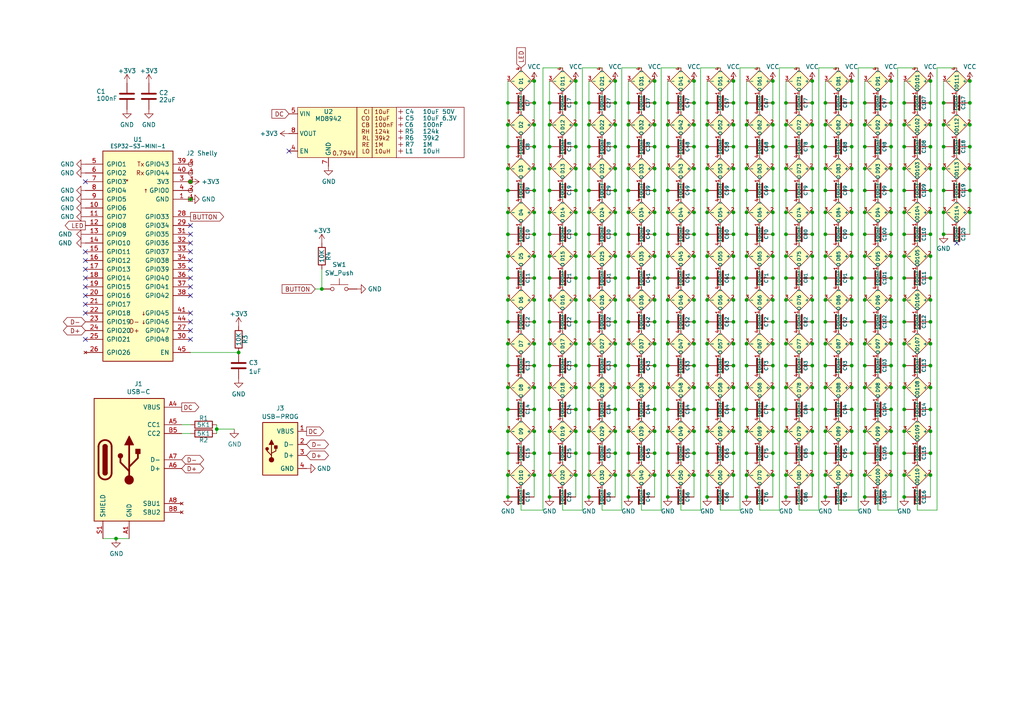
<source format=kicad_sch>
(kicad_sch (version 20230121) (generator eeschema)
  (paper "A4")
  (title_block (title "LED ring coaster") (date "${DATE}") (rev "1") (comment 1 "@revk@toot.me.uk") (comment 2 "www.me.uk"))
  (junction (at 235.585 61.595))
  (junction (at 182.245 106.045))
  (junction (at 182.245 48.895))
  (junction (at 216.535 99.695))
  (junction (at 247.015 74.295))
  (junction (at 212.725 42.545))
  (junction (at 212.725 131.445))
  (junction (at 250.825 86.995))
  (junction (at 205.105 106.045))
  (junction (at 201.295 80.645))
  (junction (at 189.865 118.745))
  (junction (at 239.395 137.795))
  (junction (at 178.435 93.345))
  (junction (at 262.255 36.195))
  (junction (at 224.155 61.595))
  (junction (at 269.875 118.745))
  (junction (at 281.305 55.245))
  (junction (at 216.535 48.895))
  (junction (at 235.585 86.995))
  (junction (at 189.865 74.295))
  (junction (at 154.94 125.095))
  (junction (at 154.94 42.545))
  (junction (at 205.105 67.945))
  (junction (at 201.295 106.045))
  (junction (at 216.535 118.745))
  (junction (at 250.825 99.695))
  (junction (at 167.005 55.245))
  (junction (at 159.385 42.545))
  (junction (at 216.535 67.945))
  (junction (at 167.005 86.995))
  (junction (at 193.675 144.145))
  (junction (at 154.94 112.395))
  (junction (at 247.015 137.795))
  (junction (at 193.675 29.845))
  (junction (at 250.825 106.045))
  (junction (at 154.94 61.595))
  (junction (at 189.865 131.445))
  (junction (at 239.395 42.545))
  (junction (at 269.875 23.495))
  (junction (at 269.875 42.545))
  (junction (at 201.295 93.345))
  (junction (at 182.245 74.295))
  (junction (at 235.585 93.345))
  (junction (at 159.385 29.845))
  (junction (at 182.245 99.695))
  (junction (at 224.155 48.895))
  (junction (at 147.32 118.745))
  (junction (at 239.395 74.295))
  (junction (at 212.725 61.595))
  (junction (at 250.825 144.145))
  (junction (at 281.305 36.195))
  (junction (at 212.725 23.495))
  (junction (at 147.32 36.195))
  (junction (at 159.385 86.995))
  (junction (at 193.675 55.245))
  (junction (at 281.305 61.595))
  (junction (at 189.865 86.995))
  (junction (at 212.725 125.095))
  (junction (at 193.675 112.395))
  (junction (at 159.385 61.595))
  (junction (at 258.445 61.595))
  (junction (at 258.445 23.495))
  (junction (at 262.255 112.395))
  (junction (at 227.965 74.295))
  (junction (at 247.015 80.645))
  (junction (at 170.815 74.295))
  (junction (at 224.155 36.195))
  (junction (at 154.94 106.045))
  (junction (at 258.445 112.395))
  (junction (at 147.32 93.345))
  (junction (at 189.865 137.795))
  (junction (at 167.005 93.345))
  (junction (at 235.585 118.745))
  (junction (at 147.32 131.445))
  (junction (at 250.825 112.395))
  (junction (at 201.295 118.745))
  (junction (at 201.295 86.995))
  (junction (at 189.865 67.945))
  (junction (at 170.815 42.545))
  (junction (at 189.865 61.595))
  (junction (at 193.675 125.095))
  (junction (at 159.385 74.295))
  (junction (at 33.655 156.21))
  (junction (at 239.395 29.845))
  (junction (at 154.94 86.995))
  (junction (at 235.585 23.495))
  (junction (at 269.875 137.795))
  (junction (at 167.005 29.845))
  (junction (at 154.94 131.445))
  (junction (at 235.585 99.695))
  (junction (at 212.725 36.195))
  (junction (at 227.965 112.395))
  (junction (at 189.865 23.495))
  (junction (at 250.825 131.445))
  (junction (at 189.865 55.245))
  (junction (at 224.155 125.095))
  (junction (at 178.435 137.795))
  (junction (at 167.005 23.495))
  (junction (at 239.395 67.945))
  (junction (at 154.94 74.295))
  (junction (at 224.155 93.345))
  (junction (at 224.155 131.445))
  (junction (at 205.105 42.545))
  (junction (at 235.585 137.795))
  (junction (at 216.535 29.845))
  (junction (at 167.005 48.895))
  (junction (at 250.825 55.245))
  (junction (at 55.245 57.785))
  (junction (at 212.725 118.745))
  (junction (at 182.245 131.445))
  (junction (at 154.94 23.495))
  (junction (at 189.865 48.895))
  (junction (at 189.865 29.845))
  (junction (at 212.725 55.245))
  (junction (at 239.395 93.345))
  (junction (at 247.015 93.345))
  (junction (at 182.245 80.645))
  (junction (at 170.815 131.445))
  (junction (at 167.005 112.395))
  (junction (at 262.255 144.145))
  (junction (at 269.875 36.195))
  (junction (at 258.445 42.545))
  (junction (at 205.105 86.995))
  (junction (at 250.825 118.745))
  (junction (at 182.245 118.745))
  (junction (at 170.815 86.995))
  (junction (at 273.685 61.595))
  (junction (at 216.535 86.995))
  (junction (at 205.105 61.595))
  (junction (at 201.295 55.245))
  (junction (at 193.675 93.345))
  (junction (at 178.435 55.245))
  (junction (at 224.155 23.495))
  (junction (at 247.015 48.895))
  (junction (at 178.435 118.745))
  (junction (at 178.435 42.545))
  (junction (at 212.725 106.045))
  (junction (at 216.535 112.395))
  (junction (at 262.255 61.595))
  (junction (at 247.015 55.245))
  (junction (at 247.015 36.195))
  (junction (at 193.675 61.595))
  (junction (at 235.585 42.545))
  (junction (at 182.245 137.795))
  (junction (at 205.105 74.295))
  (junction (at 224.155 55.245))
  (junction (at 167.005 118.745))
  (junction (at 258.445 48.895))
  (junction (at 182.245 86.995))
  (junction (at 205.105 131.445))
  (junction (at 167.005 106.045))
  (junction (at 205.105 48.895))
  (junction (at 239.395 125.095))
  (junction (at 147.32 48.895))
  (junction (at 182.245 144.145))
  (junction (at 193.675 48.895))
  (junction (at 212.725 112.395))
  (junction (at 178.435 48.895))
  (junction (at 55.245 52.705))
  (junction (at 154.94 80.645))
  (junction (at 250.825 29.845))
  (junction (at 262.255 74.295))
  (junction (at 147.32 67.945))
  (junction (at 170.815 137.795))
  (junction (at 201.295 99.695))
  (junction (at 269.875 61.595))
  (junction (at 205.105 36.195))
  (junction (at 201.295 74.295))
  (junction (at 235.585 106.045))
  (junction (at 281.305 42.545))
  (junction (at 239.395 48.895))
  (junction (at 193.675 36.195))
  (junction (at 216.535 36.195))
  (junction (at 250.825 80.645))
  (junction (at 258.445 137.795))
  (junction (at 201.295 137.795))
  (junction (at 212.725 67.945))
  (junction (at 212.725 93.345))
  (junction (at 189.865 42.545))
  (junction (at 193.675 99.695))
  (junction (at 178.435 99.695))
  (junction (at 269.875 131.445))
  (junction (at 170.815 93.345))
  (junction (at 235.585 80.645))
  (junction (at 154.94 67.945))
  (junction (at 205.105 118.745))
  (junction (at 178.435 131.445))
  (junction (at 167.005 131.445))
  (junction (at 159.385 80.645))
  (junction (at 258.445 99.695))
  (junction (at 247.015 112.395))
  (junction (at 182.245 112.395))
  (junction (at 269.875 93.345))
  (junction (at 250.825 125.095))
  (junction (at 227.965 99.695))
  (junction (at 216.535 144.145))
  (junction (at 262.255 42.545))
  (junction (at 189.865 112.395))
  (junction (at 235.585 125.095))
  (junction (at 147.32 137.795))
  (junction (at 170.815 36.195))
  (junction (at 205.105 80.645))
  (junction (at 182.245 42.545))
  (junction (at 239.395 118.745))
  (junction (at 159.385 106.045))
  (junction (at 235.585 131.445))
  (junction (at 193.675 67.945))
  (junction (at 269.875 99.695))
  (junction (at 239.395 112.395))
  (junction (at 167.005 61.595))
  (junction (at 247.015 86.995))
  (junction (at 216.535 137.795))
  (junction (at 250.825 42.545))
  (junction (at 262.255 131.445))
  (junction (at 227.965 29.845))
  (junction (at 227.965 80.645))
  (junction (at 193.675 131.445))
  (junction (at 258.445 55.245))
  (junction (at 250.825 137.795))
  (junction (at 170.815 99.695))
  (junction (at 250.825 61.595))
  (junction (at 201.295 112.395))
  (junction (at 147.32 61.595))
  (junction (at 262.255 93.345))
  (junction (at 167.005 36.195))
  (junction (at 269.875 29.845))
  (junction (at 205.105 55.245))
  (junction (at 170.815 80.645))
  (junction (at 269.875 74.295))
  (junction (at 262.255 137.795))
  (junction (at 216.535 42.545))
  (junction (at 227.965 42.545))
  (junction (at 193.675 86.995))
  (junction (at 224.155 112.395))
  (junction (at 212.725 99.695))
  (junction (at 154.94 36.195))
  (junction (at 250.825 93.345))
  (junction (at 247.015 29.845))
  (junction (at 159.385 36.195))
  (junction (at 182.245 29.845))
  (junction (at 269.875 55.245))
  (junction (at 262.255 55.245))
  (junction (at 227.965 144.145))
  (junction (at 170.815 29.845))
  (junction (at 201.295 42.545))
  (junction (at 262.255 125.095))
  (junction (at 182.245 55.245))
  (junction (at 239.395 86.995))
  (junction (at 258.445 80.645))
  (junction (at 216.535 93.345))
  (junction (at 224.155 137.795))
  (junction (at 201.295 61.595))
  (junction (at 167.005 99.695))
  (junction (at 235.585 67.945))
  (junction (at 227.965 36.195))
  (junction (at 147.32 55.245))
  (junction (at 224.155 29.845))
  (junction (at 262.255 80.645))
  (junction (at 262.255 29.845))
  (junction (at 212.725 137.795))
  (junction (at 159.385 112.395))
  (junction (at 178.435 23.495))
  (junction (at 159.385 144.145))
  (junction (at 147.32 99.695))
  (junction (at 69.215 102.235))
  (junction (at 269.875 106.045))
  (junction (at 154.94 99.695))
  (junction (at 235.585 74.295))
  (junction (at 167.005 137.795))
  (junction (at 269.875 112.395))
  (junction (at 182.245 36.195))
  (junction (at 201.295 125.095))
  (junction (at 167.005 42.545))
  (junction (at 235.585 55.245))
  (junction (at 273.685 55.245))
  (junction (at 159.385 99.695))
  (junction (at 258.445 131.445))
  (junction (at 170.815 61.595))
  (junction (at 167.005 125.095))
  (junction (at 258.445 29.845))
  (junction (at 258.445 106.045))
  (junction (at 159.385 131.445))
  (junction (at 216.535 80.645))
  (junction (at 201.295 48.895))
  (junction (at 182.245 61.595))
  (junction (at 178.435 29.845))
  (junction (at 154.94 118.745))
  (junction (at 273.685 48.895))
  (junction (at 258.445 86.995))
  (junction (at 212.725 29.845))
  (junction (at 258.445 125.095))
  (junction (at 224.155 99.695))
  (junction (at 216.535 131.445))
  (junction (at 262.255 99.695))
  (junction (at 227.965 48.895))
  (junction (at 178.435 106.045))
  (junction (at 235.585 36.195))
  (junction (at 239.395 36.195))
  (junction (at 273.685 42.545))
  (junction (at 167.005 74.295))
  (junction (at 239.395 131.445))
  (junction (at 247.015 131.445))
  (junction (at 216.535 61.595))
  (junction (at 227.965 93.345))
  (junction (at 212.725 86.995))
  (junction (at 170.815 67.945))
  (junction (at 147.32 42.545))
  (junction (at 258.445 67.945))
  (junction (at 189.865 125.095))
  (junction (at 212.725 80.645))
  (junction (at 273.685 29.845))
  (junction (at 154.94 55.245))
  (junction (at 193.675 80.645))
  (junction (at 178.435 80.645))
  (junction (at 178.435 74.295))
  (junction (at 205.105 137.795))
  (junction (at 262.255 86.995))
  (junction (at 262.255 48.895))
  (junction (at 201.295 67.945))
  (junction (at 212.725 74.295))
  (junction (at 224.155 86.995))
  (junction (at 193.675 42.545))
  (junction (at 247.015 118.745))
  (junction (at 258.445 36.195))
  (junction (at 224.155 106.045))
  (junction (at 182.245 93.345))
  (junction (at 170.815 112.395))
  (junction (at 281.305 48.895))
  (junction (at 178.435 86.995))
  (junction (at 212.725 48.895))
  (junction (at 147.32 29.845))
  (junction (at 205.105 125.095))
  (junction (at 154.94 137.795))
  (junction (at 227.965 61.595))
  (junction (at 247.015 67.945))
  (junction (at 247.015 125.095))
  (junction (at 193.675 137.795))
  (junction (at 147.32 80.645))
  (junction (at 262.255 106.045))
  (junction (at 250.825 48.895))
  (junction (at 167.005 67.945))
  (junction (at 269.875 80.645))
  (junction (at 227.965 86.995))
  (junction (at 193.675 74.295))
  (junction (at 250.825 67.945))
  (junction (at 189.865 106.045))
  (junction (at 205.105 99.695))
  (junction (at 247.015 61.595))
  (junction (at 201.295 131.445))
  (junction (at 205.105 144.145))
  (junction (at 178.435 112.395))
  (junction (at 227.965 118.745))
  (junction (at 182.245 125.095))
  (junction (at 147.32 86.995))
  (junction (at 269.875 86.995))
  (junction (at 205.105 112.395))
  (junction (at 269.875 67.945))
  (junction (at 281.305 29.845))
  (junction (at 273.685 36.195))
  (junction (at 239.395 99.695))
  (junction (at 178.435 61.595))
  (junction (at 239.395 80.645))
  (junction (at 239.395 61.595))
  (junction (at 227.965 131.445))
  (junction (at 258.445 74.295))
  (junction (at 170.815 125.095))
  (junction (at 193.675 118.745))
  (junction (at 262.255 118.745))
  (junction (at 147.32 106.045))
  (junction (at 227.965 125.095))
  (junction (at 167.005 80.645))
  (junction (at 170.815 118.745))
  (junction (at 235.585 29.845))
  (junction (at 159.385 118.745))
  (junction (at 239.395 106.045))
  (junction (at 147.32 144.145))
  (junction (at 269.875 48.895))
  (junction (at 147.32 112.395))
  (junction (at 216.535 125.095))
  (junction (at 258.445 118.745))
  (junction (at 250.825 74.295))
  (junction (at 247.015 42.545))
  (junction (at 247.015 106.045))
  (junction (at 239.395 55.245))
  (junction (at 224.155 74.295))
  (junction (at 247.015 99.695))
  (junction (at 147.32 74.295))
  (junction (at 62.865 124.46))
  (junction (at 170.815 55.245))
  (junction (at 239.395 144.145))
  (junction (at 227.965 55.245))
  (junction (at 182.245 67.945))
  (junction (at 224.155 67.945))
  (junction (at 154.94 48.895))
  (junction (at 235.585 112.395))
  (junction (at 154.94 29.845))
  (junction (at 159.385 55.245))
  (junction (at 273.685 67.945))
  (junction (at 235.585 48.895))
  (junction (at 205.105 93.345))
  (junction (at 189.865 36.195))
  (junction (at 201.295 29.845))
  (junction (at 189.865 99.695))
  (junction (at 154.94 93.345))
  (junction (at 178.435 125.095))
  (junction (at 227.965 106.045))
  (junction (at 205.105 29.845))
  (junction (at 170.815 106.045))
  (junction (at 159.385 48.895))
  (junction (at 227.965 67.945))
  (junction (at 159.385 67.945))
  (junction (at 201.295 36.195))
  (junction (at 170.815 144.145))
  (junction (at 269.875 125.095))
  (junction (at 250.825 36.195))
  (junction (at 224.155 118.745))
  (junction (at 224.155 80.645))
  (junction (at 262.255 67.945))
  (junction (at 189.865 93.345))
  (junction (at 189.865 80.645))
  (junction (at 159.385 125.095))
  (junction (at 201.295 23.495))
  (junction (at 193.675 106.045))
  (junction (at 247.015 23.495))
  (junction (at 216.535 55.245))
  (junction (at 93.345 83.82))
  (junction (at 227.965 137.795))
  (junction (at 216.535 74.295))
  (junction (at 258.445 93.345))
  (junction (at 159.385 93.345))
  (junction (at 170.815 48.895))
  (junction (at 224.155 42.545))
  (junction (at 159.385 137.795))
  (junction (at 178.435 67.945))
  (junction (at 281.305 23.495))
  (junction (at 178.435 36.195))
  (junction (at 147.32 125.095))
  (junction (at 216.535 106.045))
  (no_connect (at 55.245 75.565))
  (no_connect (at 55.245 95.885))
  (no_connect (at 55.245 78.105))
  (no_connect (at 24.765 85.725))
  (no_connect (at 24.765 88.265))
  (no_connect (at 24.765 78.105))
  (no_connect (at 55.245 90.805))
  (no_connect (at 24.765 80.645))
  (no_connect (at 24.765 90.805))
  (no_connect (at 55.245 73.025))
  (no_connect (at 277.495 70.485))
  (no_connect (at 55.245 98.425))
  (no_connect (at 55.245 83.185))
  (no_connect (at 24.765 52.705))
  (no_connect (at 55.245 93.345))
  (no_connect (at 24.765 75.565))
  (no_connect (at 55.245 85.725))
  (no_connect (at 55.245 70.485))
  (no_connect (at 24.765 98.425))
  (no_connect (at 24.765 83.185))
  (no_connect (at 24.765 73.025))
  (no_connect (at 55.245 67.945))
  (no_connect (at 55.245 80.645))
  (no_connect (at 83.82 43.815))
  (no_connect (at 55.245 65.405))
  (wire (pts (xy 205.105 80.645) (xy 205.105 86.995)))
  (wire (pts (xy 159.385 118.745) (xy 159.385 125.095)))
  (wire (pts (xy 178.435 74.295) (xy 178.435 80.645)))
  (wire (pts (xy 266.065 128.905) (xy 266.065 133.985)))
  (wire (pts (xy 201.295 137.795) (xy 201.295 144.145)))
  (wire (pts (xy 266.065 40.005) (xy 266.065 45.085)))
  (wire (pts (xy 258.445 48.895) (xy 258.445 55.245)))
  (wire (pts (xy 193.675 67.945) (xy 193.675 74.295)))
  (wire (pts (xy 201.295 112.395) (xy 201.295 118.745)))
  (wire (pts (xy 235.585 74.295) (xy 235.585 80.645)))
  (wire (pts (xy 193.675 112.395) (xy 193.675 118.745)))
  (wire (pts (xy 239.395 74.295) (xy 239.395 80.645)))
  (wire (pts (xy 193.675 36.195) (xy 193.675 42.545)))
  (wire (pts (xy 178.435 23.495) (xy 178.435 29.845)))
  (wire (pts (xy 254.635 128.905) (xy 254.635 133.985)))
  (wire (pts (xy 163.195 78.105) (xy 163.195 83.185)))
  (wire (pts (xy 159.385 29.845) (xy 159.385 36.195)))
  (wire (pts (xy 262.255 55.245) (xy 262.255 61.595)))
  (wire (pts (xy 159.385 125.095) (xy 159.385 131.445)))
  (wire (pts (xy 205.105 112.395) (xy 205.105 118.745)))
  (wire (pts (xy 197.485 103.505) (xy 197.485 108.585)))
  (wire (pts (xy 147.32 93.345) (xy 147.32 99.695)))
  (wire (pts (xy 193.675 137.795) (xy 193.675 144.145)))
  (wire (pts (xy 235.585 137.795) (xy 235.585 144.145)))
  (wire (pts (xy 151.13 65.405) (xy 151.13 70.485)))
  (wire (pts (xy 62.865 123.19) (xy 62.865 124.46)))
  (wire (pts (xy 170.815 29.845) (xy 170.815 36.195)))
  (wire (pts (xy 174.625 40.005) (xy 174.625 45.085)))
  (wire (pts (xy 239.395 80.645) (xy 239.395 86.995)))
  (wire (pts (xy 216.535 137.795) (xy 216.535 144.145)))
  (wire (pts (xy 235.585 112.395) (xy 235.585 118.745)))
  (wire (pts (xy 281.305 55.245) (xy 281.305 61.595)))
  (wire (pts (xy 157.48 19.685) (xy 157.48 147.955)))
  (wire (pts (xy 281.305 23.495) (xy 281.305 29.845)))
  (wire (pts (xy 262.255 61.595) (xy 262.255 67.945)))
  (wire (pts (xy 247.015 29.845) (xy 247.015 36.195)))
  (wire (pts (xy 247.015 106.045) (xy 247.015 112.395)))
  (wire (pts (xy 205.105 106.045) (xy 205.105 112.395)))
  (wire (pts (xy 266.065 27.305) (xy 266.065 32.385)))
  (wire (pts (xy 224.155 86.995) (xy 224.155 93.345)))
  (wire (pts (xy 186.055 19.685) (xy 180.34 19.685)))
  (wire (pts (xy 250.825 67.945) (xy 250.825 74.295)))
  (wire (pts (xy 168.91 147.955) (xy 163.195 147.955)))
  (wire (pts (xy 197.485 52.705) (xy 197.485 57.785)))
  (wire (pts (xy 147.32 86.995) (xy 147.32 93.345)))
  (wire (pts (xy 281.305 42.545) (xy 281.305 48.895)))
  (wire (pts (xy 243.205 78.105) (xy 243.205 83.185)))
  (wire (pts (xy 151.13 103.505) (xy 151.13 108.585)))
  (wire (pts (xy 269.875 112.395) (xy 269.875 118.745)))
  (wire (pts (xy 182.245 106.045) (xy 182.245 112.395)))
  (wire (pts (xy 269.875 106.045) (xy 269.875 112.395)))
  (wire (pts (xy 208.915 90.805) (xy 208.915 95.885)))
  (wire (pts (xy 227.965 106.045) (xy 227.965 112.395)))
  (wire (pts (xy 167.005 99.695) (xy 167.005 106.045)))
  (wire (pts (xy 227.965 86.995) (xy 227.965 93.345)))
  (wire (pts (xy 174.625 90.805) (xy 174.625 95.885)))
  (wire (pts (xy 224.155 93.345) (xy 224.155 99.695)))
  (wire (pts (xy 154.94 118.745) (xy 154.94 125.095)))
  (wire (pts (xy 147.32 48.895) (xy 147.32 55.245)))
  (wire (pts (xy 224.155 42.545) (xy 224.155 48.895)))
  (wire (pts (xy 227.965 112.395) (xy 227.965 118.745)))
  (wire (pts (xy 167.005 23.495) (xy 167.005 29.845)))
  (wire (pts (xy 154.94 93.345) (xy 154.94 99.695)))
  (wire (pts (xy 182.245 48.895) (xy 182.245 55.245)))
  (wire (pts (xy 197.485 40.005) (xy 197.485 45.085)))
  (wire (pts (xy 201.295 61.595) (xy 201.295 67.945)))
  (wire (pts (xy 262.255 48.895) (xy 262.255 55.245)))
  (wire (pts (xy 250.825 118.745) (xy 250.825 125.095)))
  (wire (pts (xy 170.815 23.495) (xy 170.815 29.845)))
  (wire (pts (xy 163.195 52.705) (xy 163.195 57.785)))
  (wire (pts (xy 186.055 40.005) (xy 186.055 45.085)))
  (wire (pts (xy 224.155 118.745) (xy 224.155 125.095)))
  (wire (pts (xy 266.065 103.505) (xy 266.065 108.585)))
  (wire (pts (xy 178.435 80.645) (xy 178.435 86.995)))
  (wire (pts (xy 182.245 131.445) (xy 182.245 137.795)))
  (wire (pts (xy 269.875 131.445) (xy 269.875 137.795)))
  (wire (pts (xy 224.155 67.945) (xy 224.155 74.295)))
  (wire (pts (xy 170.815 137.795) (xy 170.815 144.145)))
  (wire (pts (xy 250.825 23.495) (xy 250.825 29.845)))
  (wire (pts (xy 186.055 141.605) (xy 186.055 147.955)))
  (wire (pts (xy 189.865 67.945) (xy 189.865 74.295)))
  (wire (pts (xy 154.94 131.445) (xy 154.94 137.795)))
  (wire (pts (xy 262.255 42.545) (xy 262.255 48.895)))
  (wire (pts (xy 269.875 137.795) (xy 269.875 144.145)))
  (wire (pts (xy 260.35 147.955) (xy 254.635 147.955)))
  (wire (pts (xy 262.255 118.745) (xy 262.255 125.095)))
  (wire (pts (xy 154.94 61.595) (xy 154.94 67.945)))
  (wire (pts (xy 266.065 78.105) (xy 266.065 83.185)))
  (wire (pts (xy 55.245 102.235) (xy 69.215 102.235)))
  (wire (pts (xy 151.13 40.005) (xy 151.13 45.085)))
  (wire (pts (xy 239.395 36.195) (xy 239.395 42.545)))
  (wire (pts (xy 182.245 36.195) (xy 182.245 42.545)))
  (wire (pts (xy 220.345 103.505) (xy 220.345 108.585)))
  (wire (pts (xy 247.015 55.245) (xy 247.015 61.595)))
  (wire (pts (xy 227.965 29.845) (xy 227.965 36.195)))
  (wire (pts (xy 212.725 137.795) (xy 212.725 144.145)))
  (wire (pts (xy 262.255 106.045) (xy 262.255 112.395)))
  (wire (pts (xy 170.815 61.595) (xy 170.815 67.945)))
  (wire (pts (xy 186.055 65.405) (xy 186.055 70.485)))
  (wire (pts (xy 189.865 74.295) (xy 189.865 80.645)))
  (wire (pts (xy 163.195 27.305) (xy 163.195 32.385)))
  (wire (pts (xy 174.625 78.105) (xy 174.625 83.185)))
  (wire (pts (xy 250.825 137.795) (xy 250.825 144.145)))
  (wire (pts (xy 208.915 116.205) (xy 208.915 121.285)))
  (wire (pts (xy 224.155 23.495) (xy 224.155 29.845)))
  (wire (pts (xy 235.585 48.895) (xy 235.585 55.245)))
  (wire (pts (xy 235.585 61.595) (xy 235.585 67.945)))
  (wire (pts (xy 193.675 42.545) (xy 193.675 48.895)))
  (wire (pts (xy 247.015 93.345) (xy 247.015 99.695)))
  (wire (pts (xy 189.865 125.095) (xy 189.865 131.445)))
  (wire (pts (xy 231.775 141.605) (xy 231.775 147.955)))
  (wire (pts (xy 178.435 86.995) (xy 178.435 93.345)))
  (wire (pts (xy 224.155 55.245) (xy 224.155 61.595)))
  (wire (pts (xy 167.005 80.645) (xy 167.005 86.995)))
  (wire (pts (xy 212.725 67.945) (xy 212.725 74.295)))
  (wire (pts (xy 262.255 67.945) (xy 262.255 74.295)))
  (wire (pts (xy 93.345 78.105) (xy 93.345 83.82)))
  (wire (pts (xy 226.06 147.955) (xy 220.345 147.955)))
  (wire (pts (xy 269.875 61.595) (xy 269.875 67.945)))
  (wire (pts (xy 227.965 74.295) (xy 227.965 80.645)))
  (wire (pts (xy 224.155 29.845) (xy 224.155 36.195)))
  (wire (pts (xy 163.195 90.805) (xy 163.195 95.885)))
  (wire (pts (xy 197.485 141.605) (xy 197.485 147.955)))
  (wire (pts (xy 189.865 93.345) (xy 189.865 99.695)))
  (wire (pts (xy 197.485 128.905) (xy 197.485 133.985)))
  (wire (pts (xy 189.865 86.995) (xy 189.865 93.345)))
  (wire (pts (xy 262.255 137.795) (xy 262.255 144.145)))
  (wire (pts (xy 220.345 78.105) (xy 220.345 83.185)))
  (wire (pts (xy 254.635 19.685) (xy 248.92 19.685)))
  (wire (pts (xy 178.435 67.945) (xy 178.435 74.295)))
  (wire (pts (xy 235.585 23.495) (xy 235.585 29.845)))
  (wire (pts (xy 235.585 106.045) (xy 235.585 112.395)))
  (wire (pts (xy 269.875 48.895) (xy 269.875 55.245)))
  (wire (pts (xy 182.245 55.245) (xy 182.245 61.595)))
  (wire (pts (xy 182.245 67.945) (xy 182.245 74.295)))
  (wire (pts (xy 239.395 48.895) (xy 239.395 55.245)))
  (wire (pts (xy 91.44 83.82) (xy 93.345 83.82)))
  (wire (pts (xy 178.435 61.595) (xy 178.435 67.945)))
  (wire (pts (xy 208.915 128.905) (xy 208.915 133.985)))
  (wire (pts (xy 258.445 29.845) (xy 258.445 36.195)))
  (wire (pts (xy 269.875 99.695) (xy 269.875 106.045)))
  (wire (pts (xy 154.94 23.495) (xy 154.94 29.845)))
  (wire (pts (xy 182.245 137.795) (xy 182.245 144.145)))
  (wire (pts (xy 214.63 19.685) (xy 214.63 147.955)))
  (wire (pts (xy 269.875 29.845) (xy 269.875 36.195)))
  (wire (pts (xy 227.965 48.895) (xy 227.965 55.245)))
  (wire (pts (xy 224.155 131.445) (xy 224.155 137.795)))
  (wire (pts (xy 170.815 67.945) (xy 170.815 74.295)))
  (wire (pts (xy 154.94 125.095) (xy 154.94 131.445)))
  (wire (pts (xy 212.725 42.545) (xy 212.725 48.895)))
  (wire (pts (xy 167.005 125.095) (xy 167.005 131.445)))
  (wire (pts (xy 262.255 36.195) (xy 262.255 42.545)))
  (wire (pts (xy 154.94 86.995) (xy 154.94 93.345)))
  (wire (pts (xy 243.205 141.605) (xy 243.205 147.955)))
  (wire (pts (xy 189.865 29.845) (xy 189.865 36.195)))
  (wire (pts (xy 147.32 67.945) (xy 147.32 74.295)))
  (wire (pts (xy 203.2 19.685) (xy 203.2 147.955)))
  (wire (pts (xy 281.305 36.195) (xy 281.305 42.545)))
  (wire (pts (xy 154.94 36.195) (xy 154.94 42.545)))
  (wire (pts (xy 269.875 74.295) (xy 269.875 80.645)))
  (wire (pts (xy 208.915 19.685) (xy 203.2 19.685)))
  (wire (pts (xy 277.495 52.705) (xy 277.495 57.785)))
  (wire (pts (xy 167.005 131.445) (xy 167.005 137.795)))
  (wire (pts (xy 182.245 93.345) (xy 182.245 99.695)))
  (wire (pts (xy 167.005 112.395) (xy 167.005 118.745)))
  (wire (pts (xy 193.675 86.995) (xy 193.675 93.345)))
  (wire (pts (xy 189.865 23.495) (xy 189.865 29.845)))
  (wire (pts (xy 167.005 36.195) (xy 167.005 42.545)))
  (wire (pts (xy 243.205 27.305) (xy 243.205 32.385)))
  (wire (pts (xy 186.055 128.905) (xy 186.055 133.985)))
  (wire (pts (xy 163.195 116.205) (xy 163.195 121.285)))
  (wire (pts (xy 182.245 118.745) (xy 182.245 125.095)))
  (wire (pts (xy 174.625 27.305) (xy 174.625 32.385)))
  (wire (pts (xy 178.435 93.345) (xy 178.435 99.695)))
  (wire (pts (xy 159.385 137.795) (xy 159.385 144.145)))
  (wire (pts (xy 212.725 86.995) (xy 212.725 93.345)))
  (wire (pts (xy 170.815 74.295) (xy 170.815 80.645)))
  (wire (pts (xy 271.78 147.955) (xy 266.065 147.955)))
  (wire (pts (xy 227.965 61.595) (xy 227.965 67.945)))
  (wire (pts (xy 250.825 99.695) (xy 250.825 106.045)))
  (wire (pts (xy 163.195 65.405) (xy 163.195 70.485)))
  (wire (pts (xy 178.435 125.095) (xy 178.435 131.445)))
  (wire (pts (xy 262.255 93.345) (xy 262.255 99.695)))
  (wire (pts (xy 205.105 99.695) (xy 205.105 106.045)))
  (wire (pts (xy 247.015 118.745) (xy 247.015 125.095)))
  (wire (pts (xy 212.725 29.845) (xy 212.725 36.195)))
  (wire (pts (xy 216.535 42.545) (xy 216.535 48.895)))
  (wire (pts (xy 239.395 125.095) (xy 239.395 131.445)))
  (wire (pts (xy 243.205 116.205) (xy 243.205 121.285)))
  (wire (pts (xy 167.005 42.545) (xy 167.005 48.895)))
  (wire (pts (xy 205.105 137.795) (xy 205.105 144.145)))
  (wire (pts (xy 273.685 55.245) (xy 273.685 61.595)))
  (wire (pts (xy 250.825 93.345) (xy 250.825 99.695)))
  (wire (pts (xy 260.35 19.685) (xy 260.35 147.955)))
  (wire (pts (xy 154.94 112.395) (xy 154.94 118.745)))
  (wire (pts (xy 273.685 29.845) (xy 273.685 36.195)))
  (wire (pts (xy 147.32 118.745) (xy 147.32 125.095)))
  (wire (pts (xy 226.06 19.685) (xy 226.06 147.955)))
  (wire (pts (xy 157.48 147.955) (xy 151.13 147.955)))
  (wire (pts (xy 216.535 48.895) (xy 216.535 55.245)))
  (wire (pts (xy 254.635 52.705) (xy 254.635 57.785)))
  (wire (pts (xy 197.485 19.685) (xy 191.77 19.685)))
  (wire (pts (xy 220.345 128.905) (xy 220.345 133.985)))
  (wire (pts (xy 239.395 137.795) (xy 239.395 144.145)))
  (wire (pts (xy 227.965 93.345) (xy 227.965 99.695)))
  (wire (pts (xy 231.775 128.905) (xy 231.775 133.985)))
  (wire (pts (xy 189.865 42.545) (xy 189.865 48.895)))
  (wire (pts (xy 258.445 23.495) (xy 258.445 29.845)))
  (wire (pts (xy 170.815 36.195) (xy 170.815 42.545)))
  (wire (pts (xy 258.445 67.945) (xy 258.445 74.295)))
  (wire (pts (xy 258.445 93.345) (xy 258.445 99.695)))
  (wire (pts (xy 258.445 74.295) (xy 258.445 80.645)))
  (wire (pts (xy 201.295 118.745) (xy 201.295 125.095)))
  (wire (pts (xy 193.675 118.745) (xy 193.675 125.095)))
  (wire (pts (xy 147.32 125.095) (xy 147.32 131.445)))
  (wire (pts (xy 189.865 48.895) (xy 189.865 55.245)))
  (wire (pts (xy 167.005 106.045) (xy 167.005 112.395)))
  (wire (pts (xy 201.295 131.445) (xy 201.295 137.795)))
  (wire (pts (xy 266.065 19.685) (xy 260.35 19.685)))
  (wire (pts (xy 208.915 65.405) (xy 208.915 70.485)))
  (wire (pts (xy 208.915 52.705) (xy 208.915 57.785)))
  (wire (pts (xy 239.395 106.045) (xy 239.395 112.395)))
  (wire (pts (xy 170.815 118.745) (xy 170.815 125.095)))
  (wire (pts (xy 205.105 55.245) (xy 205.105 61.595)))
  (wire (pts (xy 237.49 19.685) (xy 237.49 147.955)))
  (wire (pts (xy 37.465 156.21) (xy 33.655 156.21)))
  (wire (pts (xy 189.865 106.045) (xy 189.865 112.395)))
  (wire (pts (xy 201.295 74.295) (xy 201.295 80.645)))
  (wire (pts (xy 247.015 125.095) (xy 247.015 131.445)))
  (wire (pts (xy 205.105 48.895) (xy 205.105 55.245)))
  (wire (pts (xy 193.675 93.345) (xy 193.675 99.695)))
  (wire (pts (xy 170.815 48.895) (xy 170.815 55.245)))
  (wire (pts (xy 167.005 61.595) (xy 167.005 67.945)))
  (wire (pts (xy 147.32 61.595) (xy 147.32 67.945)))
  (wire (pts (xy 154.94 42.545) (xy 154.94 48.895)))
  (wire (pts (xy 227.965 99.695) (xy 227.965 106.045)))
  (wire (pts (xy 247.015 48.895) (xy 247.015 55.245)))
  (wire (pts (xy 174.625 19.685) (xy 168.91 19.685)))
  (wire (pts (xy 224.155 99.695) (xy 224.155 106.045)))
  (wire (pts (xy 193.675 55.245) (xy 193.675 61.595)))
  (wire (pts (xy 266.065 65.405) (xy 266.065 70.485)))
  (wire (pts (xy 231.775 116.205) (xy 231.775 121.285)))
  (wire (pts (xy 208.915 27.305) (xy 208.915 32.385)))
  (wire (pts (xy 243.205 103.505) (xy 243.205 108.585)))
  (wire (pts (xy 170.815 125.095) (xy 170.815 131.445)))
  (wire (pts (xy 151.13 90.805) (xy 151.13 95.885)))
  (wire (pts (xy 239.395 112.395) (xy 239.395 118.745)))
  (wire (pts (xy 243.205 65.405) (xy 243.205 70.485)))
  (wire (pts (xy 239.395 99.695) (xy 239.395 106.045)))
  (wire (pts (xy 159.385 23.495) (xy 159.385 29.845)))
  (wire (pts (xy 220.345 27.305) (xy 220.345 32.385)))
  (wire (pts (xy 170.815 80.645) (xy 170.815 86.995)))
  (wire (pts (xy 224.155 106.045) (xy 224.155 112.395)))
  (wire (pts (xy 216.535 118.745) (xy 216.535 125.095)))
  (wire (pts (xy 266.065 52.705) (xy 266.065 57.785)))
  (wire (pts (xy 247.015 112.395) (xy 247.015 118.745)))
  (wire (pts (xy 197.485 78.105) (xy 197.485 83.185)))
  (wire (pts (xy 170.815 55.245) (xy 170.815 61.595)))
  (wire (pts (xy 159.385 80.645) (xy 159.385 86.995)))
  (wire (pts (xy 235.585 67.945) (xy 235.585 74.295)))
  (wire (pts (xy 212.725 106.045) (xy 212.725 112.395)))
  (wire (pts (xy 154.94 99.695) (xy 154.94 106.045)))
  (wire (pts (xy 231.775 40.005) (xy 231.775 45.085)))
  (wire (pts (xy 250.825 86.995) (xy 250.825 93.345)))
  (wire (pts (xy 239.395 23.495) (xy 239.395 29.845)))
  (wire (pts (xy 214.63 147.955) (xy 208.915 147.955)))
  (wire (pts (xy 227.965 67.945) (xy 227.965 74.295)))
  (wire (pts (xy 243.205 128.905) (xy 243.205 133.985)))
  (wire (pts (xy 147.32 36.195) (xy 147.32 42.545)))
  (wire (pts (xy 159.385 36.195) (xy 159.385 42.545)))
  (wire (pts (xy 216.535 112.395) (xy 216.535 118.745)))
  (wire (pts (xy 29.845 156.21) (xy 33.655 156.21)))
  (wire (pts (xy 191.77 147.955) (xy 186.055 147.955)))
  (wire (pts (xy 193.675 131.445) (xy 193.675 137.795)))
  (wire (pts (xy 212.725 55.245) (xy 212.725 61.595)))
  (wire (pts (xy 220.345 90.805) (xy 220.345 95.885)))
  (wire (pts (xy 159.385 106.045) (xy 159.385 112.395)))
  (wire (pts (xy 247.015 86.995) (xy 247.015 93.345)))
  (wire (pts (xy 269.875 125.095) (xy 269.875 131.445)))
  (wire (pts (xy 52.705 123.19) (xy 55.245 123.19)))
  (wire (pts (xy 220.345 116.205) (xy 220.345 121.285)))
  (wire (pts (xy 216.535 23.495) (xy 216.535 29.845)))
  (wire (pts (xy 258.445 131.445) (xy 258.445 137.795)))
  (wire (pts (xy 178.435 55.245) (xy 178.435 61.595)))
  (wire (pts (xy 151.13 52.705) (xy 151.13 57.785)))
  (wire (pts (xy 235.585 42.545) (xy 235.585 48.895)))
  (wire (pts (xy 201.295 36.195) (xy 201.295 42.545)))
  (wire (pts (xy 182.245 99.695) (xy 182.245 106.045)))
  (wire (pts (xy 167.005 67.945) (xy 167.005 74.295)))
  (wire (pts (xy 193.675 99.695) (xy 193.675 106.045)))
  (wire (pts (xy 178.435 137.795) (xy 178.435 144.145)))
  (wire (pts (xy 224.155 36.195) (xy 224.155 42.545)))
  (wire (pts (xy 212.725 93.345) (xy 212.725 99.695)))
  (wire (pts (xy 205.105 42.545) (xy 205.105 48.895)))
  (wire (pts (xy 167.005 48.895) (xy 167.005 55.245)))
  (wire (pts (xy 224.155 74.295) (xy 224.155 80.645)))
  (wire (pts (xy 254.635 40.005) (xy 254.635 45.085)))
  (wire (pts (xy 170.815 86.995) (xy 170.815 93.345)))
  (wire (pts (xy 247.015 61.595) (xy 247.015 67.945)))
  (wire (pts (xy 170.815 131.445) (xy 170.815 137.795)))
  (wire (pts (xy 201.295 106.045) (xy 201.295 112.395)))
  (wire (pts (xy 208.915 78.105) (xy 208.915 83.185)))
  (wire (pts (xy 227.965 23.495) (xy 227.965 29.845)))
  (wire (pts (xy 170.815 99.695) (xy 170.815 106.045)))
  (wire (pts (xy 167.005 93.345) (xy 167.005 99.695)))
  (wire (pts (xy 266.065 116.205) (xy 266.065 121.285)))
  (wire (pts (xy 163.195 128.905) (xy 163.195 133.985)))
  (wire (pts (xy 182.245 23.495) (xy 182.245 29.845)))
  (wire (pts (xy 159.385 67.945) (xy 159.385 74.295)))
  (wire (pts (xy 178.435 112.395) (xy 178.435 118.745)))
  (wire (pts (xy 216.535 36.195) (xy 216.535 42.545)))
  (wire (pts (xy 182.245 125.095) (xy 182.245 131.445)))
  (wire (pts (xy 216.535 74.295) (xy 216.535 80.645)))
  (wire (pts (xy 235.585 55.245) (xy 235.585 61.595)))
  (wire (pts (xy 239.395 118.745) (xy 239.395 125.095)))
  (wire (pts (xy 277.495 19.685) (xy 271.78 19.685)))
  (wire (pts (xy 205.105 125.095) (xy 205.105 131.445)))
  (wire (pts (xy 212.725 80.645) (xy 212.725 86.995)))
  (wire (pts (xy 159.385 99.695) (xy 159.385 106.045)))
  (wire (pts (xy 227.965 42.545) (xy 227.965 48.895)))
  (wire (pts (xy 62.865 124.46) (xy 62.865 125.73)))
  (wire (pts (xy 193.675 125.095) (xy 193.675 131.445)))
  (wire (pts (xy 201.295 23.495) (xy 201.295 29.845)))
  (wire (pts (xy 235.585 93.345) (xy 235.585 99.695)))
  (wire (pts (xy 186.055 27.305) (xy 186.055 32.385)))
  (wire (pts (xy 216.535 125.095) (xy 216.535 131.445)))
  (wire (pts (xy 254.635 116.205) (xy 254.635 121.285)))
  (wire (pts (xy 147.32 131.445) (xy 147.32 137.795)))
  (wire (pts (xy 186.055 116.205) (xy 186.055 121.285)))
  (wire (pts (xy 258.445 137.795) (xy 258.445 144.145)))
  (wire (pts (xy 247.015 42.545) (xy 247.015 48.895)))
  (wire (pts (xy 205.105 36.195) (xy 205.105 42.545)))
  (wire (pts (xy 254.635 78.105) (xy 254.635 83.185)))
  (wire (pts (xy 167.005 29.845) (xy 167.005 36.195)))
  (wire (pts (xy 174.625 103.505) (xy 174.625 108.585)))
  (wire (pts (xy 258.445 118.745) (xy 258.445 125.095)))
  (wire (pts (xy 231.775 65.405) (xy 231.775 70.485)))
  (wire (pts (xy 216.535 29.845) (xy 216.535 36.195)))
  (wire (pts (xy 159.385 55.245) (xy 159.385 61.595)))
  (wire (pts (xy 147.32 55.245) (xy 147.32 61.595)))
  (wire (pts (xy 151.13 116.205) (xy 151.13 121.285)))
  (wire (pts (xy 269.875 80.645) (xy 269.875 86.995)))
  (wire (pts (xy 154.94 67.945) (xy 154.94 74.295)))
  (wire (pts (xy 266.065 147.955) (xy 266.065 141.605)))
  (wire (pts (xy 153.67 23.495) (xy 154.94 23.495)))
  (wire (pts (xy 269.875 36.195) (xy 269.875 42.545)))
  (wire (pts (xy 216.535 80.645) (xy 216.535 86.995)))
  (wire (pts (xy 212.725 36.195) (xy 212.725 42.545)))
  (wire (pts (xy 271.78 19.685) (xy 271.78 147.955)))
  (wire (pts (xy 154.94 29.845) (xy 154.94 36.195)))
  (wire (pts (xy 197.485 90.805) (xy 197.485 95.885)))
  (wire (pts (xy 205.105 93.345) (xy 205.105 99.695)))
  (wire (pts (xy 248.92 147.955) (xy 243.205 147.955)))
  (wire (pts (xy 212.725 131.445) (xy 212.725 137.795)))
  (wire (pts (xy 212.725 74.295) (xy 212.725 80.645)))
  (wire (pts (xy 205.105 74.295) (xy 205.105 80.645)))
  (wire (pts (xy 254.635 90.805) (xy 254.635 95.885)))
  (wire (pts (xy 154.94 74.295) (xy 154.94 80.645)))
  (wire (pts (xy 212.725 125.095) (xy 212.725 131.445)))
  (wire (pts (xy 247.015 23.495) (xy 247.015 29.845)))
  (wire (pts (xy 220.345 65.405) (xy 220.345 70.485)))
  (wire (pts (xy 216.535 86.995) (xy 216.535 93.345)))
  (wire (pts (xy 262.255 112.395) (xy 262.255 118.745)))
  (wire (pts (xy 243.205 52.705) (xy 243.205 57.785)))
  (wire (pts (xy 235.585 36.195) (xy 235.585 42.545)))
  (wire (pts (xy 216.535 99.695) (xy 216.535 106.045)))
  (wire (pts (xy 231.775 103.505) (xy 231.775 108.585)))
  (wire (pts (xy 182.245 42.545) (xy 182.245 48.895)))
  (wire (pts (xy 205.105 67.945) (xy 205.105 74.295)))
  (wire (pts (xy 258.445 112.395) (xy 258.445 118.745)))
  (wire (pts (xy 201.295 55.245) (xy 201.295 61.595)))
  (wire (pts (xy 201.295 29.845) (xy 201.295 36.195)))
  (wire (pts (xy 154.94 137.795) (xy 154.94 144.145)))
  (wire (pts (xy 159.385 48.895) (xy 159.385 55.245)))
  (wire (pts (xy 170.815 112.395) (xy 170.815 118.745)))
  (wire (pts (xy 178.435 106.045) (xy 178.435 112.395)))
  (wire (pts (xy 167.005 74.295) (xy 167.005 80.645)))
  (wire (pts (xy 262.255 74.295) (xy 262.255 80.645)))
  (wire (pts (xy 201.295 42.545) (xy 201.295 48.895)))
  (wire (pts (xy 227.965 80.645) (xy 227.965 86.995)))
  (wire (pts (xy 250.825 131.445) (xy 250.825 137.795)))
  (wire (pts (xy 208.915 141.605) (xy 208.915 147.955)))
  (wire (pts (xy 178.435 29.845) (xy 178.435 36.195)))
  (wire (pts (xy 258.445 86.995) (xy 258.445 93.345)))
  (wire (pts (xy 189.865 61.595) (xy 189.865 67.945)))
  (wire (pts (xy 243.205 90.805) (xy 243.205 95.885)))
  (wire (pts (xy 247.015 74.295) (xy 247.015 80.645)))
  (wire (pts (xy 258.445 125.095) (xy 258.445 131.445)))
  (wire (pts (xy 159.385 131.445) (xy 159.385 137.795)))
  (wire (pts (xy 178.435 36.195) (xy 178.435 42.545)))
  (wire (pts (xy 231.775 78.105) (xy 231.775 83.185)))
  (wire (pts (xy 163.195 103.505) (xy 163.195 108.585)))
  (wire (pts (xy 212.725 23.495) (xy 212.725 29.845)))
  (wire (pts (xy 258.445 106.045) (xy 258.445 112.395)))
  (wire (pts (xy 151.13 78.105) (xy 151.13 83.185)))
  (wire (pts (xy 193.675 61.595) (xy 193.675 67.945)))
  (wire (pts (xy 212.725 118.745) (xy 212.725 125.095)))
  (wire (pts (xy 227.965 36.195) (xy 227.965 42.545)))
  (wire (pts (xy 277.495 65.405) (xy 277.495 70.485)))
  (wire (pts (xy 186.055 52.705) (xy 186.055 57.785)))
  (wire (pts (xy 239.395 93.345) (xy 239.395 99.695)))
  (wire (pts (xy 203.2 147.955) (xy 197.485 147.955)))
  (wire (pts (xy 250.825 61.595) (xy 250.825 67.945)))
  (wire (pts (xy 269.875 86.995) (xy 269.875 93.345)))
  (wire (pts (xy 247.015 36.195) (xy 247.015 42.545)))
  (wire (pts (xy 197.485 116.205) (xy 197.485 121.285)))
  (wire (pts (xy 258.445 42.545) (xy 258.445 48.895)))
  (wire (pts (xy 159.385 42.545) (xy 159.385 48.895)))
  (wire (pts (xy 258.445 55.245) (xy 258.445 61.595)))
  (wire (pts (xy 174.625 116.205) (xy 174.625 121.285)))
  (wire (pts (xy 178.435 131.445) (xy 178.435 137.795)))
  (wire (pts (xy 197.485 65.405) (xy 197.485 70.485)))
  (wire (pts (xy 189.865 118.745) (xy 189.865 125.095)))
  (wire (pts (xy 193.675 29.845) (xy 193.675 36.195)))
  (wire (pts (xy 174.625 128.905) (xy 174.625 133.985)))
  (wire (pts (xy 52.705 125.73) (xy 55.245 125.73)))
  (wire (pts (xy 151.13 128.905) (xy 151.13 133.985)))
  (wire (pts (xy 201.295 80.645) (xy 201.295 86.995)))
  (wire (pts (xy 250.825 48.895) (xy 250.825 55.245)))
  (wire (pts (xy 189.865 137.795) (xy 189.865 144.145)))
  (wire (pts (xy 182.245 112.395) (xy 182.245 118.745)))
  (wire (pts (xy 167.005 118.745) (xy 167.005 125.095)))
  (wire (pts (xy 227.965 137.795) (xy 227.965 144.145)))
  (wire (pts (xy 216.535 131.445) (xy 216.535 137.795)))
  (wire (pts (xy 231.775 27.305) (xy 231.775 32.385)))
  (wire (pts (xy 250.825 80.645) (xy 250.825 86.995)))
  (wire (pts (xy 281.305 48.895) (xy 281.305 55.245)))
  (wire (pts (xy 273.685 36.195) (xy 273.685 42.545)))
  (wire (pts (xy 281.305 61.595) (xy 281.305 67.945)))
  (wire (pts (xy 193.675 80.645) (xy 193.675 86.995)))
  (wire (pts (xy 193.675 23.495) (xy 193.675 29.845)))
  (wire (pts (xy 250.825 36.195) (xy 250.825 42.545)))
  (wire (pts (xy 154.94 80.645) (xy 154.94 86.995)))
  (wire (pts (xy 247.015 99.695) (xy 247.015 106.045)))
  (wire (pts (xy 170.815 42.545) (xy 170.815 48.895)))
  (wire (pts (xy 216.535 55.245) (xy 216.535 61.595)))
  (wire (pts (xy 231.775 19.685) (xy 226.06 19.685)))
  (wire (pts (xy 201.295 86.995) (xy 201.295 93.345)))
  (wire (pts (xy 239.395 42.545) (xy 239.395 48.895)))
  (wire (pts (xy 201.295 99.695) (xy 201.295 106.045)))
  (wire (pts (xy 163.195 40.005) (xy 163.195 45.085)))
  (wire (pts (xy 235.585 86.995) (xy 235.585 93.345)))
  (wire (pts (xy 216.535 67.945) (xy 216.535 74.295)))
  (wire (pts (xy 254.635 27.305) (xy 254.635 32.385)))
  (wire (pts (xy 239.395 55.245) (xy 239.395 61.595)))
  (wire (pts (xy 235.585 118.745) (xy 235.585 125.095)))
  (wire (pts (xy 247.015 80.645) (xy 247.015 86.995)))
  (wire (pts (xy 269.875 118.745) (xy 269.875 125.095)))
  (wire (pts (xy 147.32 23.495) (xy 147.32 29.845)))
  (wire (pts (xy 178.435 99.695) (xy 178.435 106.045)))
  (wire (pts (xy 208.915 103.505) (xy 208.915 108.585)))
  (wire (pts (xy 243.205 40.005) (xy 243.205 45.085)))
  (wire (pts (xy 216.535 93.345) (xy 216.535 99.695)))
  (wire (pts (xy 147.32 42.545) (xy 147.32 48.895)))
  (wire (pts (xy 220.345 40.005) (xy 220.345 45.085)))
  (wire (pts (xy 227.965 131.445) (xy 227.965 137.795)))
  (wire (pts (xy 250.825 29.845) (xy 250.825 36.195)))
  (wire (pts (xy 247.015 67.945) (xy 247.015 74.295)))
  (wire (pts (xy 220.345 52.705) (xy 220.345 57.785)))
  (wire (pts (xy 212.725 112.395) (xy 212.725 118.745)))
  (wire (pts (xy 205.105 61.595) (xy 205.105 67.945)))
  (wire (pts (xy 193.675 106.045) (xy 193.675 112.395)))
  (wire (pts (xy 227.965 118.745) (xy 227.965 125.095)))
  (wire (pts (xy 189.865 80.645) (xy 189.865 86.995)))
  (wire (pts (xy 147.32 29.845) (xy 147.32 36.195)))
  (wire (pts (xy 208.915 40.005) (xy 208.915 45.085)))
  (wire (pts (xy 191.77 19.685) (xy 191.77 147.955)))
  (wire (pts (xy 159.385 93.345) (xy 159.385 99.695)))
  (wire (pts (xy 182.245 61.595) (xy 182.245 67.945)))
  (wire (pts (xy 262.255 86.995) (xy 262.255 93.345)))
  (wire (pts (xy 250.825 106.045) (xy 250.825 112.395)))
  (wire (pts (xy 193.675 48.895) (xy 193.675 55.245)))
  (wire (pts (xy 258.445 61.595) (xy 258.445 67.945)))
  (wire (pts (xy 262.255 99.695) (xy 262.255 106.045)))
  (wire (pts (xy 266.065 90.805) (xy 266.065 95.885)))
  (wire (pts (xy 186.055 78.105) (xy 186.055 83.185)))
  (wire (pts (xy 224.155 48.895) (xy 224.155 55.245)))
  (wire (pts (xy 224.155 61.595) (xy 224.155 67.945)))
  (wire (pts (xy 167.005 86.995) (xy 167.005 93.345)))
  (wire (pts (xy 67.945 124.46) (xy 62.865 124.46)))
  (wire (pts (xy 277.495 27.305) (xy 277.495 32.385)))
  (wire (pts (xy 197.485 27.305) (xy 197.485 32.385)))
  (wire (pts (xy 262.255 29.845) (xy 262.255 36.195)))
  (wire (pts (xy 174.625 141.605) (xy 174.625 147.955)))
  (wire (pts (xy 220.345 141.605) (xy 220.345 147.955)))
  (wire (pts (xy 147.32 112.395) (xy 147.32 118.745)))
  (wire (pts (xy 147.32 99.695) (xy 147.32 106.045)))
  (wire (pts (xy 189.865 131.445) (xy 189.865 137.795)))
  (wire (pts (xy 247.015 137.795) (xy 247.015 144.145)))
  (wire (pts (xy 254.635 65.405) (xy 254.635 70.485)))
  (wire (pts (xy 205.105 131.445) (xy 205.105 137.795)))
  (wire (pts (xy 273.685 48.895) (xy 273.685 55.245)))
  (wire (pts (xy 201.295 125.095) (xy 201.295 131.445)))
  (wire (pts (xy 269.875 55.245) (xy 269.875 61.595)))
  (wire (pts (xy 205.105 118.745) (xy 205.105 125.095)))
  (wire (pts (xy 189.865 99.695) (xy 189.865 106.045)))
  (wire (pts (xy 163.195 147.955) (xy 163.195 141.605)))
  (wire (pts (xy 205.105 29.845) (xy 205.105 36.195)))
  (wire (pts (xy 178.435 118.745) (xy 178.435 125.095)))
  (wire (pts (xy 224.155 137.795) (xy 224.155 144.145)))
  (wire (pts (xy 168.91 19.685) (xy 168.91 147.955)))
  (wire (pts (xy 180.34 19.685) (xy 180.34 147.955)))
  (wire (pts (xy 237.49 147.955) (xy 231.775 147.955)))
  (wire (pts (xy 262.255 131.445) (xy 262.255 137.795)))
  (wire (pts (xy 258.445 36.195) (xy 258.445 42.545)))
  (wire (pts (xy 205.105 23.495) (xy 205.105 29.845)))
  (wire (pts (xy 205.105 86.995) (xy 205.105 93.345)))
  (wire (pts (xy 220.345 19.685) (xy 214.63 19.685)))
  (wire (pts (xy 147.32 137.795) (xy 147.32 144.145)))
  (wire (pts (xy 193.675 74.295) (xy 193.675 80.645)))
  (wire (pts (xy 216.535 106.045) (xy 216.535 112.395)))
  (wire (pts (xy 262.255 23.495) (xy 262.255 29.845)))
  (wire (pts (xy 239.395 131.445) (xy 239.395 137.795)))
  (wire (pts (xy 147.32 80.645) (xy 147.32 86.995)))
  (wire (pts (xy 147.32 74.295) (xy 147.32 80.645)))
  (wire (pts (xy 159.385 86.995) (xy 159.385 93.345)))
  (wire (pts (xy 186.055 90.805) (xy 186.055 95.885)))
  (wire (pts (xy 231.775 90.805) (xy 231.775 95.885)))
  (wire (pts (xy 239.395 29.845) (xy 239.395 36.195)))
  (wire (pts (xy 262.255 125.095) (xy 262.255 131.445)))
  (wire (pts (xy 178.435 48.895) (xy 178.435 55.245)))
  (wire (pts (xy 224.155 80.645) (xy 224.155 86.995)))
  (wire (pts (xy 154.94 106.045) (xy 154.94 112.395)))
  (wire (pts (xy 250.825 74.295) (xy 250.825 80.645)))
  (wire (pts (xy 167.005 137.795) (xy 167.005 144.145)))
  (wire (pts (xy 212.725 48.895) (xy 212.725 55.245)))
  (wire (pts (xy 147.32 106.045) (xy 147.32 112.395)))
  (wire (pts (xy 258.445 99.695) (xy 258.445 106.045)))
  (wire (pts (xy 159.385 74.295) (xy 159.385 80.645)))
  (wire (pts (xy 189.865 36.195) (xy 189.865 42.545)))
  (wire (pts (xy 273.685 42.545) (xy 273.685 48.895)))
  (wire (pts (xy 250.825 55.245) (xy 250.825 61.595)))
  (wire (pts (xy 182.245 74.295) (xy 182.245 80.645)))
  (wire (pts (xy 235.585 99.695) (xy 235.585 106.045)))
  (wire (pts (xy 224.155 125.095) (xy 224.155 131.445)))
  (wire (pts (xy 235.585 29.845) (xy 235.585 36.195)))
  (wire (pts (xy 151.13 147.955) (xy 151.13 141.605)))
  (wire (pts (xy 201.295 48.895) (xy 201.295 55.245)))
  (wire (pts (xy 235.585 125.095) (xy 235.585 131.445)))
  (wire (pts (xy 189.865 112.395) (xy 189.865 118.745)))
  (wire (pts (xy 159.385 112.395) (xy 159.385 118.745)))
  (wire (pts (xy 273.685 23.495) (xy 273.685 29.845)))
  (wire (pts (xy 227.965 125.095) (xy 227.965 131.445)))
  (wire (pts (xy 182.245 86.995) (xy 182.245 93.345)))
  (wire (pts (xy 224.155 112.395) (xy 224.155 118.745)))
  (wire (pts (xy 170.815 93.345) (xy 170.815 99.695)))
  (wire (pts (xy 239.395 86.995) (xy 239.395 93.345)))
  (wire (pts (xy 157.48 19.685) (xy 163.195 19.685)))
  (wire (pts (xy 154.94 48.895) (xy 154.94 55.245)))
  (wire (pts (xy 250.825 125.095) (xy 250.825 131.445)))
  (wire (pts (xy 212.725 61.595) (xy 212.725 67.945)))
  (wire (pts (xy 269.875 93.345) (xy 269.875 99.695)))
  (wire (pts (xy 243.205 19.685) (xy 237.49 19.685)))
  (wire (pts (xy 170.815 106.045) (xy 170.815 112.395)))
  (wire (pts (xy 239.395 61.595) (xy 239.395 67.945)))
  (wire (pts (xy 180.34 147.955) (xy 174.625 147.955)))
  (wire (pts (xy 248.92 19.685) (xy 248.92 147.955)))
  (wire (pts (xy 235.585 131.445) (xy 235.585 137.795)))
  (wire (pts (xy 201.295 93.345) (xy 201.295 99.695)))
  (wire (pts (xy 151.13 27.305) (xy 151.13 32.385)))
  (wire (pts (xy 235.585 80.645) (xy 235.585 86.995)))
  (wire (pts (xy 262.255 80.645) (xy 262.255 86.995)))
  (wire (pts (xy 269.875 42.545) (xy 269.875 48.895)))
  (wire (pts (xy 254.635 141.605) (xy 254.635 147.955)))
  (wire (pts (xy 250.825 42.545) (xy 250.825 48.895)))
  (wire (pts (xy 167.005 55.245) (xy 167.005 61.595)))
  (wire (pts (xy 269.875 67.945) (xy 269.875 74.295)))
  (wire (pts (xy 231.775 52.705) (xy 231.775 57.785)))
  (wire (pts (xy 250.825 112.395) (xy 250.825 118.745)))
  (wire (pts (xy 174.625 52.705) (xy 174.625 57.785)))
  (wire (pts (xy 216.535 61.595) (xy 216.535 67.945)))
  (wire (pts (xy 201.295 67.945) (xy 201.295 74.295)))
  (wire (pts (xy 258.445 80.645) (xy 258.445 86.995)))
  (wire (pts (xy 159.385 61.595) (xy 159.385 67.945)))
  (wire (pts (xy 239.395 67.945) (xy 239.395 74.295)))
  (wire (pts (xy 186.055 103.505) (xy 186.055 108.585)))
  (wire (pts (xy 154.94 55.245) (xy 154.94 61.595)))
  (wire (pts (xy 189.865 55.245) (xy 189.865 61.595)))
  (wire (pts (xy 247.015 131.445) (xy 247.015 137.795)))
  (wire (pts (xy 174.625 65.405) (xy 174.625 70.485)))
  (wire (pts (xy 277.495 40.005) (xy 277.495 45.085)))
  (wire (pts (xy 182.245 80.645) (xy 182.245 86.995)))
  (wire (pts (xy 273.685 61.595) (xy 273.685 67.945)))
  (wire (pts (xy 254.635 103.505) (xy 254.635 108.585)))
  (wire (pts (xy 269.875 23.495) (xy 269.875 29.845)))
  (wire (pts (xy 281.305 29.845) (xy 281.305 36.195)))
  (wire (pts (xy 178.435 42.545) (xy 178.435 48.895)))
  (wire (pts (xy 212.725 99.695) (xy 212.725 106.045)))
  (wire (pts (xy 227.965 55.245) (xy 227.965 61.595)))
  (wire (pts (xy 182.245 29.845) (xy 182.245 36.195)))
  (global_label "DC" (shape output) (at 52.705 118.11 0) (property "Intersheetrefs" "${INTERSHEET_REFS}" (effects hide)))
  (global_label "D-" (shape bidirectional) (at 88.9 128.905 0) (property "Intersheetrefs" "${INTERSHEET_REFS}" (effects hide)))
  (global_label "D+" (shape bidirectional) (at 24.765 95.885 180) (property "Intersheetrefs" "${INTERSHEET_REFS}" (effects hide)))
  (global_label "D+" (shape bidirectional) (at 52.705 135.89 0) (property "Intersheetrefs" "${INTERSHEET_REFS}" (effects hide)))
  (global_label "DC" (shape input) (at 83.82 33.02 180) (property "Intersheetrefs" "${INTERSHEET_REFS}" (effects hide)))
  (global_label "DC" (shape output) (at 88.9 125.095 0) (property "Intersheetrefs" "${INTERSHEET_REFS}" (effects hide)))
  (global_label "D-" (shape bidirectional) (at 24.765 93.345 180) (property "Intersheetrefs" "${INTERSHEET_REFS}" (effects hide)))
  (global_label "D+" (shape bidirectional) (at 88.9 132.08 0) (property "Intersheetrefs" "${INTERSHEET_REFS}" (effects hide)))
  (global_label "LED" (shape input) (at 151.13 19.685 90) (property "Intersheetrefs" "${INTERSHEET_REFS}" (effects hide)))
  (global_label "BUTTON" (shape input) (at 91.44 83.82 180) (property "Intersheetrefs" "${INTERSHEET_REFS}" (effects hide)))
  (global_label "LED" (shape output) (at 24.765 65.405 180) (property "Intersheetrefs" "${INTERSHEET_REFS}" (effects hide)))
  (global_label "D-" (shape bidirectional) (at 52.705 133.35 0) (property "Intersheetrefs" "${INTERSHEET_REFS}" (effects hide)))
  (global_label "BUTTON" (shape output) (at 55.245 62.865 0) (property "Intersheetrefs" "${INTERSHEET_REFS}" (effects hide)))
  (symbol (lib_id "RevK:WS2812B-1mm") (at 208.915 36.195 90) (mirror x) (unit 1)
    (property "Reference" "D52" (at 208.915 36.195 0) (effects (font (size 1 1))))
    (property "Value" "XL-1010RGBC-WS2812B" (effects hide))
    (property "Footprint" "RevK:SMD1010" (effects hide))
    (property "Datasheet" "https://datasheet.lcsc.com/lcsc/2301111010_XINGLIGHT-XL-1010RGBC-WS2812B_C5349953.pdf" (effects hide))
    (property "LCSC Part #" "C5349953" (effects hide))
  )
  (symbol (lib_id "RevK:WS2812B-1mm") (at 231.775 86.995 90) (mirror x) (unit 1)
    (property "Reference" "D76" (at 231.775 86.995 0) (effects (font (size 1 1))))
    (property "Value" "XL-1010RGBC-WS2812B" (effects hide))
    (property "Footprint" "RevK:SMD1010" (effects hide))
    (property "Datasheet" "https://datasheet.lcsc.com/lcsc/2301111010_XINGLIGHT-XL-1010RGBC-WS2812B_C5349953.pdf" (effects hide))
    (property "LCSC Part #" "C5349953" (effects hide))
  )
  (symbol (lib_id "RevK:WS2812B-1mm") (at 277.495 61.595 90) (mirror x) (unit 1)
    (property "Reference" "D114" (at 277.495 61.595 0) (effects (font (size 1 1))))
    (property "Value" "XL-1010RGBC-WS2812B" (effects hide))
    (property "Footprint" "RevK:SMD1010" (effects hide))
    (property "Datasheet" "https://datasheet.lcsc.com/lcsc/2301111010_XINGLIGHT-XL-1010RGBC-WS2812B_C5349953.pdf" (effects hide))
    (property "LCSC Part #" "C5349953" (effects hide))
  )
  (symbol (lib_id "RevK:WS2812B-1mm") (at 220.345 112.395 90) (mirror x) (unit 1)
    (property "Reference" "D68" (at 220.345 112.395 0) (effects (font (size 1 1))))
    (property "Value" "XL-1010RGBC-WS2812B" (effects hide))
    (property "Footprint" "RevK:SMD1010" (effects hide))
    (property "Datasheet" "https://datasheet.lcsc.com/lcsc/2301111010_XINGLIGHT-XL-1010RGBC-WS2812B_C5349953.pdf" (effects hide))
    (property "LCSC Part #" "C5349953" (effects hide))
  )
  (symbol (lib_id "RevK:WS2812B-1mm") (at 220.345 48.895 90) (mirror x) (unit 1)
    (property "Reference" "D63" (at 220.345 48.895 0) (effects (font (size 1 1))))
    (property "Value" "XL-1010RGBC-WS2812B" (effects hide))
    (property "Footprint" "RevK:SMD1010" (effects hide))
    (property "Datasheet" "https://datasheet.lcsc.com/lcsc/2301111010_XINGLIGHT-XL-1010RGBC-WS2812B_C5349953.pdf" (effects hide))
    (property "LCSC Part #" "C5349953" (effects hide))
  )
  (symbol (lib_id "Device:C") (at 277.495 67.945 270) (mirror x) (unit 1)
    (property "Reference" "C120" (at 279.4 67.945 0) (effects (font (size 1 1))))
    (property "Value" "100nF" (at 277.495 67.945 0) (effects (font (size 1 1))))
    (property "Footprint" "RevK:C_0402" (effects hide))
  )
  (symbol (lib_id "Device:C") (at 197.485 80.645 270) (mirror x) (unit 1)
    (property "Reference" "C51" (at 199.39 80.645 0) (effects (font (size 1 1))))
    (property "Value" "100nF" (at 197.485 80.645 0) (effects (font (size 1 1))))
    (property "Footprint" "RevK:C_0402" (effects hide))
  )
  (symbol (lib_id "RevK:WS2812B-1mm") (at 174.625 99.695 90) (mirror x) (unit 1)
    (property "Reference" "D27" (at 174.625 99.695 0) (effects (font (size 1 1))))
    (property "Value" "XL-1010RGBC-WS2812B" (effects hide))
    (property "Footprint" "RevK:SMD1010" (effects hide))
    (property "Datasheet" "https://datasheet.lcsc.com/lcsc/2301111010_XINGLIGHT-XL-1010RGBC-WS2812B_C5349953.pdf" (effects hide))
    (property "LCSC Part #" "C5349953" (effects hide))
  )
  (symbol (lib_id "Device:C") (at 174.625 55.245 270) (mirror x) (unit 1)
    (property "Reference" "C29" (at 176.53 55.245 0) (effects (font (size 1 1))))
    (property "Value" "100nF" (at 174.625 55.245 0) (effects (font (size 1 1))))
    (property "Footprint" "RevK:C_0402" (effects hide))
  )
  (symbol (lib_id "RevK:USB-PROG") (at 81.28 130.175 0) (unit 1)
    (property "Reference" "J3" (at 81.28 118.4107 0))
    (property "Value" "USB-PROG" (at 81.28 120.8349 0))
    (property "Footprint" "RevK:USB-PROG" (effects hide))
    (property "Datasheet" " ~" (effects hide))
  )
  (symbol (lib_id "Device:C") (at 174.625 42.545 270) (mirror x) (unit 1)
    (property "Reference" "C28" (at 176.53 42.545 0) (effects (font (size 1 1))))
    (property "Value" "100nF" (at 174.625 42.545 0) (effects (font (size 1 1))))
    (property "Footprint" "RevK:C_0402" (effects hide))
  )
  (symbol (lib_id "RevK:WS2812B-1mm") (at 151.13 112.395 90) (mirror x) (unit 1)
    (property "Reference" "D8" (at 151.13 112.395 0) (effects (font (size 1 1))))
    (property "Value" "XL-1010RGBC-WS2812B" (effects hide))
    (property "Footprint" "RevK:SMD1010" (effects hide))
    (property "Datasheet" "https://datasheet.lcsc.com/lcsc/2301111010_XINGLIGHT-XL-1010RGBC-WS2812B_C5349953.pdf" (effects hide))
    (property "LCSC Part #" "C5349953" (effects hide))
  )
  (symbol (lib_id "power:GND") (at 216.535 144.145 0) (unit 1)
    (property "Reference" "#PWR036" (effects hide))
    (property "Value" "GND" (at 216.535 148.2781 0))
  )
  (symbol (lib_id "Device:C") (at 254.635 42.545 270) (mirror x) (unit 1)
    (property "Reference" "C98" (at 256.54 42.545 0) (effects (font (size 1 1))))
    (property "Value" "100nF" (at 254.635 42.545 0) (effects (font (size 1 1))))
    (property "Footprint" "RevK:C_0402" (effects hide))
  )
  (symbol (lib_id "RevK:WS2812B-1mm") (at 277.495 48.895 90) (mirror x) (unit 1)
    (property "Reference" "D113" (at 277.495 48.895 0) (effects (font (size 1 1))))
    (property "Value" "XL-1010RGBC-WS2812B" (effects hide))
    (property "Footprint" "RevK:SMD1010" (effects hide))
    (property "Datasheet" "https://datasheet.lcsc.com/lcsc/2301111010_XINGLIGHT-XL-1010RGBC-WS2812B_C5349953.pdf" (effects hide))
    (property "LCSC Part #" "C5349953" (effects hide))
  )
  (symbol (lib_id "Device:R") (at 93.345 74.295 0) (unit 1)
    (property "Reference" "R4" (at 95.25 74.295 90))
    (property "Value" "10K" (at 93.345 74.295 90))
    (property "Footprint" "RevK:R_0402" (effects hide))
  )
  (symbol (lib_id "RevK:WS2812B-1mm") (at 163.195 74.295 90) (mirror x) (unit 1)
    (property "Reference" "D15" (at 163.195 74.295 0) (effects (font (size 1 1))))
    (property "Value" "XL-1010RGBC-WS2812B" (effects hide))
    (property "Footprint" "RevK:SMD1010" (effects hide))
    (property "Datasheet" "https://datasheet.lcsc.com/lcsc/2301111010_XINGLIGHT-XL-1010RGBC-WS2812B_C5349953.pdf" (effects hide))
    (property "LCSC Part #" "C5349953" (effects hide))
  )
  (symbol (lib_id "Device:C") (at 208.915 118.745 270) (mirror x) (unit 1)
    (property "Reference" "C64" (at 210.82 118.745 0) (effects (font (size 1 1))))
    (property "Value" "100nF" (at 208.915 118.745 0) (effects (font (size 1 1))))
    (property "Footprint" "RevK:C_0402" (effects hide))
  )
  (symbol (lib_id "Device:C") (at 220.345 29.845 270) (mirror x) (unit 1)
    (property "Reference" "C67" (at 222.25 29.845 0) (effects (font (size 1 1))))
    (property "Value" "100nF" (at 220.345 29.845 0) (effects (font (size 1 1))))
    (property "Footprint" "RevK:C_0402" (effects hide))
  )
  (symbol (lib_id "RevK:WS2812B-1mm") (at 277.495 23.495 90) (mirror x) (unit 1)
    (property "Reference" "D111" (at 277.495 23.495 0) (effects (font (size 1 1))))
    (property "Value" "XL-1010RGBC-WS2812B" (effects hide))
    (property "Footprint" "RevK:SMD1010" (effects hide))
    (property "Datasheet" "https://datasheet.lcsc.com/lcsc/2301111010_XINGLIGHT-XL-1010RGBC-WS2812B_C5349953.pdf" (effects hide))
    (property "LCSC Part #" "C5349953" (effects hide))
  )
  (symbol (lib_id "Device:C") (at 254.635 131.445 270) (mirror x) (unit 1)
    (property "Reference" "C105" (at 256.54 131.445 0) (effects (font (size 1 1))))
    (property "Value" "100nF" (at 254.635 131.445 0) (effects (font (size 1 1))))
    (property "Footprint" "RevK:C_0402" (effects hide))
  )
  (symbol (lib_id "RevK:WS2812B-1mm") (at 208.915 137.795 90) (mirror x) (unit 1)
    (property "Reference" "D60" (at 208.915 137.795 0) (effects (font (size 1 1))))
    (property "Value" "XL-1010RGBC-WS2812B" (effects hide))
    (property "Footprint" "RevK:SMD1010" (effects hide))
    (property "Datasheet" "https://datasheet.lcsc.com/lcsc/2301111010_XINGLIGHT-XL-1010RGBC-WS2812B_C5349953.pdf" (effects hide))
    (property "LCSC Part #" "C5349953" (effects hide))
  )
  (symbol (lib_id "RevK:WS2812B-1mm") (at 197.485 99.695 90) (mirror x) (unit 1)
    (property "Reference" "D47" (at 197.485 99.695 0) (effects (font (size 1 1))))
    (property "Value" "XL-1010RGBC-WS2812B" (effects hide))
    (property "Footprint" "RevK:SMD1010" (effects hide))
    (property "Datasheet" "https://datasheet.lcsc.com/lcsc/2301111010_XINGLIGHT-XL-1010RGBC-WS2812B_C5349953.pdf" (effects hide))
    (property "LCSC Part #" "C5349953" (effects hide))
  )
  (symbol (lib_id "Device:C") (at 266.065 144.145 270) (mirror x) (unit 1)
    (property "Reference" "C116" (at 267.97 144.145 0) (effects (font (size 1 1))))
    (property "Value" "100nF" (at 266.065 144.145 0) (effects (font (size 1 1))))
    (property "Footprint" "RevK:C_0402" (effects hide))
  )
  (symbol (lib_id "Device:C") (at 151.13 55.245 270) (mirror x) (unit 1)
    (property "Reference" "C9" (at 153.035 55.245 0) (effects (font (size 1 1))))
    (property "Value" "100nF" (at 151.13 55.245 0) (effects (font (size 1 1))))
    (property "Footprint" "RevK:C_0402" (effects hide))
  )
  (symbol (lib_id "Device:C") (at 220.345 55.245 270) (mirror x) (unit 1)
    (property "Reference" "C69" (at 222.25 55.245 0) (effects (font (size 1 1))))
    (property "Value" "100nF" (at 220.345 55.245 0) (effects (font (size 1 1))))
    (property "Footprint" "RevK:C_0402" (effects hide))
  )
  (symbol (lib_id "RevK:WS2812B-1mm") (at 163.195 48.895 90) (mirror x) (unit 1)
    (property "Reference" "D13" (at 163.195 48.895 0) (effects (font (size 1 1))))
    (property "Value" "XL-1010RGBC-WS2812B" (effects hide))
    (property "Footprint" "RevK:SMD1010" (effects hide))
    (property "Datasheet" "https://datasheet.lcsc.com/lcsc/2301111010_XINGLIGHT-XL-1010RGBC-WS2812B_C5349953.pdf" (effects hide))
    (property "LCSC Part #" "C5349953" (effects hide))
  )
  (symbol (lib_id "Device:C") (at 266.065 42.545 270) (mirror x) (unit 1)
    (property "Reference" "C108" (at 267.97 42.545 0) (effects (font (size 1 1))))
    (property "Value" "100nF" (at 266.065 42.545 0) (effects (font (size 1 1))))
    (property "Footprint" "RevK:C_0402" (effects hide))
  )
  (symbol (lib_id "RevK:WS2812B-1mm") (at 163.195 36.195 90) (mirror x) (unit 1)
    (property "Reference" "D12" (at 163.195 36.195 0) (effects (font (size 1 1))))
    (property "Value" "XL-1010RGBC-WS2812B" (effects hide))
    (property "Footprint" "RevK:SMD1010" (effects hide))
    (property "Datasheet" "https://datasheet.lcsc.com/lcsc/2301111010_XINGLIGHT-XL-1010RGBC-WS2812B_C5349953.pdf" (effects hide))
    (property "LCSC Part #" "C5349953" (effects hide))
  )
  (symbol (lib_id "Device:C") (at 174.625 118.745 270) (mirror x) (unit 1)
    (property "Reference" "C34" (at 176.53 118.745 0) (effects (font (size 1 1))))
    (property "Value" "100nF" (at 174.625 118.745 0) (effects (font (size 1 1))))
    (property "Footprint" "RevK:C_0402" (effects hide))
  )
  (symbol (lib_id "Device:C") (at 151.13 106.045 270) (mirror x) (unit 1)
    (property "Reference" "C13" (at 153.035 106.045 0) (effects (font (size 1 1))))
    (property "Value" "100nF" (at 151.13 106.045 0) (effects (font (size 1 1))))
    (property "Footprint" "RevK:C_0402" (effects hide))
  )
  (symbol (lib_id "Device:C") (at 254.635 106.045 270) (mirror x) (unit 1)
    (property "Reference" "C103" (at 256.54 106.045 0) (effects (font (size 1 1))))
    (property "Value" "100nF" (at 254.635 106.045 0) (effects (font (size 1 1))))
    (property "Footprint" "RevK:C_0402" (effects hide))
  )
  (symbol (lib_id "power:GND") (at 147.32 144.145 0) (unit 1)
    (property "Reference" "#PWR024" (effects hide))
    (property "Value" "GND" (at 147.32 148.2781 0))
  )
  (symbol (lib_id "RevK:WS2812B-1mm") (at 231.775 112.395 90) (mirror x) (unit 1)
    (property "Reference" "D78" (at 231.775 112.395 0) (effects (font (size 1 1))))
    (property "Value" "XL-1010RGBC-WS2812B" (effects hide))
    (property "Footprint" "RevK:SMD1010" (effects hide))
    (property "Datasheet" "https://datasheet.lcsc.com/lcsc/2301111010_XINGLIGHT-XL-1010RGBC-WS2812B_C5349953.pdf" (effects hide))
    (property "LCSC Part #" "C5349953" (effects hide))
  )
  (symbol (lib_id "Device:C") (at 197.485 93.345 270) (mirror x) (unit 1)
    (property "Reference" "C52" (at 199.39 93.345 0) (effects (font (size 1 1))))
    (property "Value" "100nF" (at 197.485 93.345 0) (effects (font (size 1 1))))
    (property "Footprint" "RevK:C_0402" (effects hide))
  )
  (symbol (lib_id "RevK:WS2812B-1mm") (at 186.055 36.195 90) (mirror x) (unit 1)
    (property "Reference" "D32" (at 186.055 36.195 0) (effects (font (size 1 1))))
    (property "Value" "XL-1010RGBC-WS2812B" (effects hide))
    (property "Footprint" "RevK:SMD1010" (effects hide))
    (property "Datasheet" "https://datasheet.lcsc.com/lcsc/2301111010_XINGLIGHT-XL-1010RGBC-WS2812B_C5349953.pdf" (effects hide))
    (property "LCSC Part #" "C5349953" (effects hide))
  )
  (symbol (lib_id "RevK:WS2812B-1mm") (at 197.485 137.795 90) (mirror x) (unit 1)
    (property "Reference" "D50" (at 197.485 137.795 0) (effects (font (size 1 1))))
    (property "Value" "XL-1010RGBC-WS2812B" (effects hide))
    (property "Footprint" "RevK:SMD1010" (effects hide))
    (property "Datasheet" "https://datasheet.lcsc.com/lcsc/2301111010_XINGLIGHT-XL-1010RGBC-WS2812B_C5349953.pdf" (effects hide))
    (property "LCSC Part #" "C5349953" (effects hide))
  )
  (symbol (lib_id "Device:C") (at 174.625 93.345 270) (mirror x) (unit 1)
    (property "Reference" "C32" (at 176.53 93.345 0) (effects (font (size 1 1))))
    (property "Value" "100nF" (at 174.625 93.345 0) (effects (font (size 1 1))))
    (property "Footprint" "RevK:C_0402" (effects hide))
  )
  (symbol (lib_id "RevK:WS2812B-1mm") (at 243.205 86.995 90) (mirror x) (unit 1)
    (property "Reference" "D86" (at 243.205 86.995 0) (effects (font (size 1 1))))
    (property "Value" "XL-1010RGBC-WS2812B" (effects hide))
    (property "Footprint" "RevK:SMD1010" (effects hide))
    (property "Datasheet" "https://datasheet.lcsc.com/lcsc/2301111010_XINGLIGHT-XL-1010RGBC-WS2812B_C5349953.pdf" (effects hide))
    (property "LCSC Part #" "C5349953" (effects hide))
  )
  (symbol (lib_id "Device:C") (at 186.055 29.845 270) (mirror x) (unit 1)
    (property "Reference" "C37" (at 187.96 29.845 0) (effects (font (size 1 1))))
    (property "Value" "100nF" (at 186.055 29.845 0) (effects (font (size 1 1))))
    (property "Footprint" "RevK:C_0402" (effects hide))
  )
  (symbol (lib_id "RevK:WS2812B-1mm") (at 163.195 99.695 90) (mirror x) (unit 1)
    (property "Reference" "D17" (at 163.195 99.695 0) (effects (font (size 1 1))))
    (property "Value" "XL-1010RGBC-WS2812B" (effects hide))
    (property "Footprint" "RevK:SMD1010" (effects hide))
    (property "Datasheet" "https://datasheet.lcsc.com/lcsc/2301111010_XINGLIGHT-XL-1010RGBC-WS2812B_C5349953.pdf" (effects hide))
    (property "LCSC Part #" "C5349953" (effects hide))
  )
  (symbol (lib_id "Device:C") (at 208.915 55.245 270) (mirror x) (unit 1)
    (property "Reference" "C59" (at 210.82 55.245 0) (effects (font (size 1 1))))
    (property "Value" "100nF" (at 208.915 55.245 0) (effects (font (size 1 1))))
    (property "Footprint" "RevK:C_0402" (effects hide))
  )
  (symbol (lib_id "power:GND") (at 103.505 83.82 90) (unit 1)
    (property "Reference" "#PWR023" (effects hide))
    (property "Value" "GND" (at 106.68 83.82 90) (effects (justify right)))
  )
  (symbol (lib_id "power:GND") (at 33.655 156.21 0) (unit 1)
    (property "Reference" "#PWR09" (effects hide))
    (property "Value" "GND" (at 33.782 160.6042 0))
  )
  (symbol (lib_id "RevK:WS2812B-1mm") (at 208.915 23.495 90) (mirror x) (unit 1)
    (property "Reference" "D51" (at 208.915 23.495 0) (effects (font (size 1 1))))
    (property "Value" "XL-1010RGBC-WS2812B" (effects hide))
    (property "Footprint" "RevK:SMD1010" (effects hide))
    (property "Datasheet" "https://datasheet.lcsc.com/lcsc/2301111010_XINGLIGHT-XL-1010RGBC-WS2812B_C5349953.pdf" (effects hide))
    (property "LCSC Part #" "C5349953" (effects hide))
  )
  (symbol (lib_id "RevK:Hidden") (at 116.205 34.29 0) (unit 1)
    (property "Reference" "C5" (at 117.475 34.29 0) (effects (justify left)))
    (property "Value" "10uF 6.3V" (at 122.555 34.29 0) (effects (justify left)))
    (property "Footprint" "RevK:C_0603_" (effects hide))
    (property "LCSC Part #" "C1691" (effects hide))
  )
  (symbol (lib_id "Device:C") (at 254.635 55.245 270) (mirror x) (unit 1)
    (property "Reference" "C99" (at 256.54 55.245 0) (effects (font (size 1 1))))
    (property "Value" "100nF" (at 254.635 55.245 0) (effects (font (size 1 1))))
    (property "Footprint" "RevK:C_0402" (effects hide))
  )
  (symbol (lib_id "power:VCC") (at 189.865 23.495 0) (unit 1)
    (property "Reference" "#PWR031" (effects hide))
    (property "Value" "VCC" (at 189.865 19.3619 0))
  )
  (symbol (lib_id "RevK:WS2812B-1mm") (at 231.775 125.095 90) (mirror x) (unit 1)
    (property "Reference" "D79" (at 231.775 125.095 0) (effects (font (size 1 1))))
    (property "Value" "XL-1010RGBC-WS2812B" (effects hide))
    (property "Footprint" "RevK:SMD1010" (effects hide))
    (property "Datasheet" "https://datasheet.lcsc.com/lcsc/2301111010_XINGLIGHT-XL-1010RGBC-WS2812B_C5349953.pdf" (effects hide))
    (property "LCSC Part #" "C5349953" (effects hide))
  )
  (symbol (lib_id "Device:C") (at 231.775 118.745 270) (mirror x) (unit 1)
    (property "Reference" "C84" (at 233.68 118.745 0) (effects (font (size 1 1))))
    (property "Value" "100nF" (at 231.775 118.745 0) (effects (font (size 1 1))))
    (property "Footprint" "RevK:C_0402" (effects hide))
  )
  (symbol (lib_id "Device:C") (at 243.205 131.445 270) (mirror x) (unit 1)
    (property "Reference" "C95" (at 245.11 131.445 0) (effects (font (size 1 1))))
    (property "Value" "100nF" (at 243.205 131.445 0) (effects (font (size 1 1))))
    (property "Footprint" "RevK:C_0402" (effects hide))
  )
  (symbol (lib_id "Device:C") (at 36.83 27.94 0) (unit 1)
    (property "Reference" "C1" (at 27.94 26.527 0) (effects (justify left)))
    (property "Value" "100nF" (at 27.94 28.575 0) (effects (justify left)))
    (property "Footprint" "RevK:C_0402" (effects hide))
  )
  (symbol (lib_id "RevK:WS2812B-1mm") (at 231.775 23.495 90) (mirror x) (unit 1)
    (property "Reference" "D71" (at 231.775 23.495 0) (effects (font (size 1 1))))
    (property "Value" "XL-1010RGBC-WS2812B" (effects hide))
    (property "Footprint" "RevK:SMD1010" (effects hide))
    (property "Datasheet" "https://datasheet.lcsc.com/lcsc/2301111010_XINGLIGHT-XL-1010RGBC-WS2812B_C5349953.pdf" (effects hide))
    (property "LCSC Part #" "C5349953" (effects hide))
  )
  (symbol (lib_id "Device:C") (at 231.775 131.445 270) (mirror x) (unit 1)
    (property "Reference" "C85" (at 233.68 131.445 0) (effects (font (size 1 1))))
    (property "Value" "100nF" (at 231.775 131.445 0) (effects (font (size 1 1))))
    (property "Footprint" "RevK:C_0402" (effects hide))
  )
  (symbol (lib_id "Device:C") (at 231.775 93.345 270) (mirror x) (unit 1)
    (property "Reference" "C82" (at 233.68 93.345 0) (effects (font (size 1 1))))
    (property "Value" "100nF" (at 231.775 93.345 0) (effects (font (size 1 1))))
    (property "Footprint" "RevK:C_0402" (effects hide))
  )
  (symbol (lib_id "RevK:WS2812B-1mm") (at 186.055 74.295 90) (mirror x) (unit 1)
    (property "Reference" "D35" (at 186.055 74.295 0) (effects (font (size 1 1))))
    (property "Value" "XL-1010RGBC-WS2812B" (effects hide))
    (property "Footprint" "RevK:SMD1010" (effects hide))
    (property "Datasheet" "https://datasheet.lcsc.com/lcsc/2301111010_XINGLIGHT-XL-1010RGBC-WS2812B_C5349953.pdf" (effects hide))
    (property "LCSC Part #" "C5349953" (effects hide))
  )
  (symbol (lib_id "Device:C") (at 220.345 131.445 270) (mirror x) (unit 1)
    (property "Reference" "C75" (at 222.25 131.445 0) (effects (font (size 1 1))))
    (property "Value" "100nF" (at 220.345 131.445 0) (effects (font (size 1 1))))
    (property "Footprint" "RevK:C_0402" (effects hide))
  )
  (symbol (lib_name "GND_1") (lib_id "power:GND") (at 55.245 57.785 90) (unit 1)
    (property "Reference" "#PWR015" (effects hide))
    (property "Value" "GND" (at 58.42 57.785 90) (effects (justify right)))
  )
  (symbol (lib_id "Device:C") (at 266.065 29.845 270) (mirror x) (unit 1)
    (property "Reference" "C107" (at 267.97 29.845 0) (effects (font (size 1 1))))
    (property "Value" "100nF" (at 266.065 29.845 0) (effects (font (size 1 1))))
    (property "Footprint" "RevK:C_0402" (effects hide))
  )
  (symbol (lib_id "Device:C") (at 266.065 93.345 270) (mirror x) (unit 1)
    (property "Reference" "C112" (at 267.97 93.345 0) (effects (font (size 1 1))))
    (property "Value" "100nF" (at 266.065 93.345 0) (effects (font (size 1 1))))
    (property "Footprint" "RevK:C_0402" (effects hide))
  )
  (symbol (lib_id "RevK:WS2812B-1mm") (at 163.195 23.495 90) (mirror x) (unit 1)
    (property "Reference" "D11" (at 163.195 23.495 0) (effects (font (size 1 1))))
    (property "Value" "XL-1010RGBC-WS2812B" (effects hide))
    (property "Footprint" "RevK:SMD1010" (effects hide))
    (property "Datasheet" "https://datasheet.lcsc.com/lcsc/2301111010_XINGLIGHT-XL-1010RGBC-WS2812B_C5349953.pdf" (effects hide))
    (property "LCSC Part #" "C5349953" (effects hide))
  )
  (symbol (lib_id "RevK:WS2812B-1mm") (at 243.205 125.095 90) (mirror x) (unit 1)
    (property "Reference" "D89" (at 243.205 125.095 0) (effects (font (size 1 1))))
    (property "Value" "XL-1010RGBC-WS2812B" (effects hide))
    (property "Footprint" "RevK:SMD1010" (effects hide))
    (property "Datasheet" "https://datasheet.lcsc.com/lcsc/2301111010_XINGLIGHT-XL-1010RGBC-WS2812B_C5349953.pdf" (effects hide))
    (property "LCSC Part #" "C5349953" (effects hide))
  )
  (symbol (lib_id "Device:C") (at 151.13 131.445 270) (mirror x) (unit 1)
    (property "Reference" "C15" (at 153.035 131.445 0) (effects (font (size 1 1))))
    (property "Value" "100nF" (at 151.13 131.445 0) (effects (font (size 1 1))))
    (property "Footprint" "RevK:C_0402" (effects hide))
  )
  (symbol (lib_id "Device:C") (at 243.205 144.145 270) (mirror x) (unit 1)
    (property "Reference" "C96" (at 245.11 144.145 0) (effects (font (size 1 1))))
    (property "Value" "100nF" (at 243.205 144.145 0) (effects (font (size 1 1))))
    (property "Footprint" "RevK:C_0402" (effects hide))
  )
  (symbol (lib_id "RevK:WS2812B-1mm") (at 197.485 36.195 90) (mirror x) (unit 1)
    (property "Reference" "D42" (at 197.485 36.195 0) (effects (font (size 1 1))))
    (property "Value" "XL-1010RGBC-WS2812B" (effects hide))
    (property "Footprint" "RevK:SMD1010" (effects hide))
    (property "Datasheet" "https://datasheet.lcsc.com/lcsc/2301111010_XINGLIGHT-XL-1010RGBC-WS2812B_C5349953.pdf" (effects hide))
    (property "LCSC Part #" "C5349953" (effects hide))
  )
  (symbol (lib_id "Device:C") (at 197.485 131.445 270) (mirror x) (unit 1)
    (property "Reference" "C55" (at 199.39 131.445 0) (effects (font (size 1 1))))
    (property "Value" "100nF" (at 197.485 131.445 0) (effects (font (size 1 1))))
    (property "Footprint" "RevK:C_0402" (effects hide))
  )
  (symbol (lib_id "Device:C") (at 254.635 67.945 270) (mirror x) (unit 1)
    (property "Reference" "C100" (at 256.54 67.945 0) (effects (font (size 1 1))))
    (property "Value" "100nF" (at 254.635 67.945 0) (effects (font (size 1 1))))
    (property "Footprint" "RevK:C_0402" (effects hide))
  )
  (symbol (lib_id "RevK:WS2812B-1mm") (at 254.635 36.195 90) (mirror x) (unit 1)
    (property "Reference" "D92" (at 254.635 36.195 0) (effects (font (size 1 1))))
    (property "Value" "XL-1010RGBC-WS2812B" (effects hide))
    (property "Footprint" "RevK:SMD1010" (effects hide))
    (property "Datasheet" "https://datasheet.lcsc.com/lcsc/2301111010_XINGLIGHT-XL-1010RGBC-WS2812B_C5349953.pdf" (effects hide))
    (property "LCSC Part #" "C5349953" (effects hide))
  )
  (symbol (lib_id "Device:C") (at 163.195 118.745 270) (mirror x) (unit 1)
    (property "Reference" "C24" (at 165.1 118.745 0) (effects (font (size 1 1))))
    (property "Value" "100nF" (at 163.195 118.745 0) (effects (font (size 1 1))))
    (property "Footprint" "RevK:C_0402" (effects hide))
  )
  (symbol (lib_id "Switch:SW_Push") (at 98.425 83.82 0) (unit 1)
    (property "Reference" "SW1" (at 98.425 76.7547 0))
    (property "Value" "SW_Push" (at 98.425 79.1789 0))
    (property "Footprint" "RevK:TS-1092S-B3D2-G" (effects hide))
  )
  (symbol (lib_id "Device:C") (at 208.915 42.545 270) (mirror x) (unit 1)
    (property "Reference" "C58" (at 210.82 42.545 0) (effects (font (size 1 1))))
    (property "Value" "100nF" (at 208.915 42.545 0) (effects (font (size 1 1))))
    (property "Footprint" "RevK:C_0402" (effects hide))
  )
  (symbol (lib_id "power:GND") (at 273.685 67.945 0) (unit 1)
    (property "Reference" "#PWR047" (effects hide))
    (property "Value" "GND" (at 273.685 72.0781 0))
  )
  (symbol (lib_id "Device:C") (at 277.495 55.245 270) (mirror x) (unit 1)
    (property "Reference" "C119" (at 279.4 55.245 0) (effects (font (size 1 1))))
    (property "Value" "100nF" (at 277.495 55.245 0) (effects (font (size 1 1))))
    (property "Footprint" "RevK:C_0402" (effects hide))
  )
  (symbol (lib_id "RevK:WS2812B-1mm") (at 151.13 23.495 90) (mirror x) (unit 1)
    (property "Reference" "D1" (at 151.13 23.495 0) (effects (font (size 1 1))))
    (property "Value" "XL-1010RGBC-WS2812B" (effects hide))
    (property "Footprint" "RevK:SMD1010" (effects hide))
    (property "Datasheet" "https://datasheet.lcsc.com/lcsc/2301111010_XINGLIGHT-XL-1010RGBC-WS2812B_C5349953.pdf" (effects hide))
    (property "LCSC Part #" "C5349953" (effects hide))
  )
  (symbol (lib_id "Device:R") (at 59.055 123.19 90) (unit 1)
    (property "Reference" "R1" (at 59.055 121.285 90))
    (property "Value" "5K1" (at 59.055 123.19 90))
    (property "Footprint" "RevK:R_0402" (effects hide))
  )
  (symbol (lib_id "RevK:WS2812B-1mm") (at 197.485 61.595 90) (mirror x) (unit 1)
    (property "Reference" "D44" (at 197.485 61.595 0) (effects (font (size 1 1))))
    (property "Value" "XL-1010RGBC-WS2812B" (effects hide))
    (property "Footprint" "RevK:SMD1010" (effects hide))
    (property "Datasheet" "https://datasheet.lcsc.com/lcsc/2301111010_XINGLIGHT-XL-1010RGBC-WS2812B_C5349953.pdf" (effects hide))
    (property "LCSC Part #" "C5349953" (effects hide))
  )
  (symbol (lib_id "Device:C") (at 197.485 67.945 270) (mirror x) (unit 1)
    (property "Reference" "C50" (at 199.39 67.945 0) (effects (font (size 1 1))))
    (property "Value" "100nF" (at 197.485 67.945 0) (effects (font (size 1 1))))
    (property "Footprint" "RevK:C_0402" (effects hide))
  )
  (symbol (lib_id "Device:R") (at 69.215 98.425 0) (unit 1)
    (property "Reference" "R3" (at 71.12 98.425 90))
    (property "Value" "10K" (at 69.215 98.425 90))
    (property "Footprint" "RevK:R_0402" (effects hide))
  )
  (symbol (lib_id "RevK:WS2812B-1mm") (at 243.205 61.595 90) (mirror x) (unit 1)
    (property "Reference" "D84" (at 243.205 61.595 0) (effects (font (size 1 1))))
    (property "Value" "XL-1010RGBC-WS2812B" (effects hide))
    (property "Footprint" "RevK:SMD1010" (effects hide))
    (property "Datasheet" "https://datasheet.lcsc.com/lcsc/2301111010_XINGLIGHT-XL-1010RGBC-WS2812B_C5349953.pdf" (effects hide))
    (property "LCSC Part #" "C5349953" (effects hide))
  )
  (symbol (lib_id "RevK:ESP32-S3-MINI-1-N4R2") (at 40.005 74.295 0) (unit 1)
    (property "Reference" "U1" (at 40.005 40.4582 0))
    (property "Value" "ESP32-S3-MINI-1" (at 40.005 42.3946 0) (effects (font (size 1.1 1.1))))
    (property "Footprint" "RevK:ESP32-S3-MINI-1" (effects hide))
    (property "Datasheet" "https://www.espressif.com/sites/default/files/documentation/esp32-s3-mini-1_mini-1u_datasheet_en.pdf" (effects hide))
    (property "LCSC Part #" "C3013941" (effects hide))
  )
  (symbol (lib_id "Device:C") (at 186.055 80.645 270) (mirror x) (unit 1)
    (property "Reference" "C41" (at 187.96 80.645 0) (effects (font (size 1 1))))
    (property "Value" "100nF" (at 186.055 80.645 0) (effects (font (size 1 1))))
    (property "Footprint" "RevK:C_0402" (effects hide))
  )
  (symbol (lib_id "Device:C") (at 151.13 118.745 270) (mirror x) (unit 1)
    (property "Reference" "C14" (at 153.035 118.745 0) (effects (font (size 1 1))))
    (property "Value" "100nF" (at 151.13 118.745 0) (effects (font (size 1 1))))
    (property "Footprint" "RevK:C_0402" (effects hide))
  )
  (symbol (lib_id "power:GND") (at 193.675 144.145 0) (unit 1)
    (property "Reference" "#PWR032" (effects hide))
    (property "Value" "GND" (at 193.675 148.2781 0))
  )
  (symbol (lib_id "RevK:WS2812B-1mm") (at 254.635 48.895 90) (mirror x) (unit 1)
    (property "Reference" "D93" (at 254.635 48.895 0) (effects (font (size 1 1))))
    (property "Value" "XL-1010RGBC-WS2812B" (effects hide))
    (property "Footprint" "RevK:SMD1010" (effects hide))
    (property "Datasheet" "https://datasheet.lcsc.com/lcsc/2301111010_XINGLIGHT-XL-1010RGBC-WS2812B_C5349953.pdf" (effects hide))
    (property "LCSC Part #" "C5349953" (effects hide))
  )
  (symbol (lib_id "RevK:WS2812B-1mm") (at 266.065 74.295 90) (mirror x) (unit 1)
    (property "Reference" "D105" (at 266.065 74.295 0) (effects (font (size 1 1))))
    (property "Value" "XL-1010RGBC-WS2812B" (effects hide))
    (property "Footprint" "RevK:SMD1010" (effects hide))
    (property "Datasheet" "https://datasheet.lcsc.com/lcsc/2301111010_XINGLIGHT-XL-1010RGBC-WS2812B_C5349953.pdf" (effects hide))
    (property "LCSC Part #" "C5349953" (effects hide))
  )
  (symbol (lib_id "Device:C") (at 43.18 27.94 0) (unit 1)
    (property "Reference" "C2" (at 46.101 26.916 0) (effects (justify left)))
    (property "Value" "22uF" (at 46.101 28.964 0) (effects (justify left)))
    (property "Footprint" "RevK:C_0402" (effects hide))
  )
  (symbol (lib_id "RevK:WS2812B-1mm") (at 186.055 125.095 90) (mirror x) (unit 1)
    (property "Reference" "D39" (at 186.055 125.095 0) (effects (font (size 1 1))))
    (property "Value" "XL-1010RGBC-WS2812B" (effects hide))
    (property "Footprint" "RevK:SMD1010" (effects hide))
    (property "Datasheet" "https://datasheet.lcsc.com/lcsc/2301111010_XINGLIGHT-XL-1010RGBC-WS2812B_C5349953.pdf" (effects hide))
    (property "LCSC Part #" "C5349953" (effects hide))
  )
  (symbol (lib_id "RevK:WS2812B-1mm") (at 163.195 112.395 90) (mirror x) (unit 1)
    (property "Reference" "D18" (at 163.195 112.395 0) (effects (font (size 1 1))))
    (property "Value" "XL-1010RGBC-WS2812B" (effects hide))
    (property "Footprint" "RevK:SMD1010" (effects hide))
    (property "Datasheet" "https://datasheet.lcsc.com/lcsc/2301111010_XINGLIGHT-XL-1010RGBC-WS2812B_C5349953.pdf" (effects hide))
    (property "LCSC Part #" "C5349953" (effects hide))
  )
  (symbol (lib_id "power:VCC") (at 281.305 23.495 0) (unit 1)
    (property "Reference" "#PWR044" (effects hide))
    (property "Value" "VCC" (at 281.305 19.3619 0))
  )
  (symbol (lib_id "RevK:WS2812B-1mm") (at 266.065 112.395 90) (mirror x) (unit 1)
    (property "Reference" "D108" (at 266.065 112.395 0) (effects (font (size 1 1))))
    (property "Value" "XL-1010RGBC-WS2812B" (effects hide))
    (property "Footprint" "RevK:SMD1010" (effects hide))
    (property "Datasheet" "https://datasheet.lcsc.com/lcsc/2301111010_XINGLIGHT-XL-1010RGBC-WS2812B_C5349953.pdf" (effects hide))
    (property "LCSC Part #" "C5349953" (effects hide))
  )
  (symbol (lib_id "Device:C") (at 197.485 118.745 270) (mirror x) (unit 1)
    (property "Reference" "C54" (at 199.39 118.745 0) (effects (font (size 1 1))))
    (property "Value" "100nF" (at 197.485 118.745 0) (effects (font (size 1 1))))
    (property "Footprint" "RevK:C_0402" (effects hide))
  )
  (symbol (lib_id "RevK:WS2812B-1mm") (at 231.775 137.795 90) (mirror x) (unit 1)
    (property "Reference" "D80" (at 231.775 137.795 0) (effects (font (size 1 1))))
    (property "Value" "XL-1010RGBC-WS2812B" (effects hide))
    (property "Footprint" "RevK:SMD1010" (effects hide))
    (property "Datasheet" "https://datasheet.lcsc.com/lcsc/2301111010_XINGLIGHT-XL-1010RGBC-WS2812B_C5349953.pdf" (effects hide))
    (property "LCSC Part #" "C5349953" (effects hide))
  )
  (symbol (lib_id "Device:C") (at 174.625 106.045 270) (mirror x) (unit 1)
    (property "Reference" "C33" (at 176.53 106.045 0) (effects (font (size 1 1))))
    (property "Value" "100nF" (at 174.625 106.045 0) (effects (font (size 1 1))))
    (property "Footprint" "RevK:C_0402" (effects hide))
  )
  (symbol (lib_id "RevK:WS2812B-1mm") (at 163.195 86.995 90) (mirror x) (unit 1)
    (property "Reference" "D16" (at 163.195 86.995 0) (effects (font (size 1 1))))
    (property "Value" "XL-1010RGBC-WS2812B" (effects hide))
    (property "Footprint" "RevK:SMD1010" (effects hide))
    (property "Datasheet" "https://datasheet.lcsc.com/lcsc/2301111010_XINGLIGHT-XL-1010RGBC-WS2812B_C5349953.pdf" (effects hide))
    (property "LCSC Part #" "C5349953" (effects hide))
  )
  (symbol (lib_id "RevK:WS2812B-1mm") (at 174.625 36.195 90) (mirror x) (unit 1)
    (property "Reference" "D22" (at 174.625 36.195 0) (effects (font (size 1 1))))
    (property "Value" "XL-1010RGBC-WS2812B" (effects hide))
    (property "Footprint" "RevK:SMD1010" (effects hide))
    (property "Datasheet" "https://datasheet.lcsc.com/lcsc/2301111010_XINGLIGHT-XL-1010RGBC-WS2812B_C5349953.pdf" (effects hide))
    (property "LCSC Part #" "C5349953" (effects hide))
  )
  (symbol (lib_id "Device:C") (at 151.13 42.545 270) (mirror x) (unit 1)
    (property "Reference" "C8" (at 153.035 42.545 0) (effects (font (size 1 1))))
    (property "Value" "100nF" (at 151.13 42.545 0) (effects (font (size 1 1))))
    (property "Footprint" "RevK:C_0402" (effects hide))
  )
  (symbol (lib_id "RevK:WS2812B-1mm") (at 208.915 48.895 90) (mirror x) (unit 1)
    (property "Reference" "D53" (at 208.915 48.895 0) (effects (font (size 1 1))))
    (property "Value" "XL-1010RGBC-WS2812B" (effects hide))
    (property "Footprint" "RevK:SMD1010" (effects hide))
    (property "Datasheet" "https://datasheet.lcsc.com/lcsc/2301111010_XINGLIGHT-XL-1010RGBC-WS2812B_C5349953.pdf" (effects hide))
    (property "LCSC Part #" "C5349953" (effects hide))
  )
  (symbol (lib_id "RevK:MD89420-RegBlock") (at 95.25 38.735 0) (unit 1)
    (property "Reference" "U2" (at 95.25 32.385 0))
    (property "Value" "MD8942" (at 95.25 34.433 0))
    (property "Footprint" "RevK:SOT-23-6-MD8942" (effects hide))
    (property "Datasheet" "https://datasheet.lcsc.com/lcsc/2101111937_Shanghai-Mingda-Microelectronics-MD8942_C2684786.pdf" (effects hide))
    (property "LCSC Part #" "C2684786" (effects hide))
  )
  (symbol (lib_id "RevK:WS2812B-1mm") (at 186.055 23.495 90) (mirror x) (unit 1)
    (property "Reference" "D31" (at 186.055 23.495 0) (effects (font (size 1 1))))
    (property "Value" "XL-1010RGBC-WS2812B" (effects hide))
    (property "Footprint" "RevK:SMD1010" (effects hide))
    (property "Datasheet" "https://datasheet.lcsc.com/lcsc/2301111010_XINGLIGHT-XL-1010RGBC-WS2812B_C5349953.pdf" (effects hide))
    (property "LCSC Part #" "C5349953" (effects hide))
  )
  (symbol (lib_id "Device:C") (at 197.485 29.845 270) (mirror x) (unit 1)
    (property "Reference" "C47" (at 199.39 29.845 0) (effects (font (size 1 1))))
    (property "Value" "100nF" (at 197.485 29.845 0) (effects (font (size 1 1))))
    (property "Footprint" "RevK:C_0402" (effects hide))
  )
  (symbol (lib_id "power:GND") (at 250.825 144.145 0) (unit 1)
    (property "Reference" "#PWR042" (effects hide))
    (property "Value" "GND" (at 250.825 148.2781 0))
  )
  (symbol (lib_id "RevK:WS2812B-1mm") (at 254.635 74.295 90) (mirror x) (unit 1)
    (property "Reference" "D95" (at 254.635 74.295 0) (effects (font (size 1 1))))
    (property "Value" "XL-1010RGBC-WS2812B" (effects hide))
    (property "Footprint" "RevK:SMD1010" (effects hide))
    (property "Datasheet" "https://datasheet.lcsc.com/lcsc/2301111010_XINGLIGHT-XL-1010RGBC-WS2812B_C5349953.pdf" (effects hide))
    (property "LCSC Part #" "C5349953" (effects hide))
  )
  (symbol (lib_id "RevK:WS2812B-1mm") (at 186.055 99.695 90) (mirror x) (unit 1)
    (property "Reference" "D37" (at 186.055 99.695 0) (effects (font (size 1 1))))
    (property "Value" "XL-1010RGBC-WS2812B" (effects hide))
    (property "Footprint" "RevK:SMD1010" (effects hide))
    (property "Datasheet" "https://datasheet.lcsc.com/lcsc/2301111010_XINGLIGHT-XL-1010RGBC-WS2812B_C5349953.pdf" (effects hide))
    (property "LCSC Part #" "C5349953" (effects hide))
  )
  (symbol (lib_id "Device:C") (at 208.915 67.945 270) (mirror x) (unit 1)
    (property "Reference" "C60" (at 210.82 67.945 0) (effects (font (size 1 1))))
    (property "Value" "100nF" (at 208.915 67.945 0) (effects (font (size 1 1))))
    (property "Footprint" "RevK:C_0402" (effects hide))
  )
  (symbol (lib_id "Device:C") (at 231.775 29.845 270) (mirror x) (unit 1)
    (property "Reference" "C77" (at 233.68 29.845 0) (effects (font (size 1 1))))
    (property "Value" "100nF" (at 231.775 29.845 0) (effects (font (size 1 1))))
    (property "Footprint" "RevK:C_0402" (effects hide))
  )
  (symbol (lib_id "power:GND") (at 69.215 109.855 0) (unit 1)
    (property "Reference" "#PWR018" (effects hide))
    (property "Value" "GND" (at 69.215 114.2984 0))
  )
  (symbol (lib_id "Device:C") (at 266.065 106.045 270) (mirror x) (unit 1)
    (property "Reference" "C113" (at 267.97 106.045 0) (effects (font (size 1 1))))
    (property "Value" "100nF" (at 266.065 106.045 0) (effects (font (size 1 1))))
    (property "Footprint" "RevK:C_0402" (effects hide))
  )
  (symbol (lib_id "RevK:Hidden") (at 116.205 41.91 0) (unit 1)
    (property "Reference" "R7" (at 117.475 41.91 0) (effects (justify left)))
    (property "Value" "1M" (at 122.555 41.91 0) (effects (justify left)))
    (property "Footprint" "RevK:R_0402_" (effects hide))
  )
  (symbol (lib_id "Device:C") (at 186.055 42.545 270) (mirror x) (unit 1)
    (property "Reference" "C38" (at 187.96 42.545 0) (effects (font (size 1 1))))
    (property "Value" "100nF" (at 186.055 42.545 0) (effects (font (size 1 1))))
    (property "Footprint" "RevK:C_0402" (effects hide))
  )
  (symbol (lib_id "RevK:WS2812B-1mm") (at 151.13 36.195 90) (mirror x) (unit 1)
    (property "Reference" "D2" (at 151.13 36.195 0) (effects (font (size 1 1))))
    (property "Value" "XL-1010RGBC-WS2812B" (effects hide))
    (property "Footprint" "RevK:SMD1010" (effects hide))
    (property "Datasheet" "https://datasheet.lcsc.com/lcsc/2301111010_XINGLIGHT-XL-1010RGBC-WS2812B_C5349953.pdf" (effects hide))
    (property "LCSC Part #" "C5349953" (effects hide))
  )
  (symbol (lib_id "Device:C") (at 208.915 29.845 270) (mirror x) (unit 1)
    (property "Reference" "C57" (at 210.82 29.845 0) (effects (font (size 1 1))))
    (property "Value" "100nF" (at 208.915 29.845 0) (effects (font (size 1 1))))
    (property "Footprint" "RevK:C_0402" (effects hide))
  )
  (symbol (lib_id "power:VCC") (at 201.295 23.495 0) (unit 1)
    (property "Reference" "#PWR033" (effects hide))
    (property "Value" "VCC" (at 201.295 19.3619 0))
  )
  (symbol (lib_id "RevK:WS2812B-1mm") (at 254.635 86.995 90) (mirror x) (unit 1)
    (property "Reference" "D96" (at 254.635 86.995 0) (effects (font (size 1 1))))
    (property "Value" "XL-1010RGBC-WS2812B" (effects hide))
    (property "Footprint" "RevK:SMD1010" (effects hide))
    (property "Datasheet" "https://datasheet.lcsc.com/lcsc/2301111010_XINGLIGHT-XL-1010RGBC-WS2812B_C5349953.pdf" (effects hide))
    (property "LCSC Part #" "C5349953" (effects hide))
  )
  (symbol (lib_id "power:GND") (at 24.765 70.485 270) (unit 1)
    (property "Reference" "#PWR08" (effects hide))
    (property "Value" "GND" (at 20.955 70.485 90) (effects (justify right)))
  )
  (symbol (lib_id "RevK:WS2812B-1mm") (at 151.13 99.695 90) (mirror x) (unit 1)
    (property "Reference" "D7" (at 151.13 99.695 0) (effects (font (size 1 1))))
    (property "Value" "XL-1010RGBC-WS2812B" (effects hide))
    (property "Footprint" "RevK:SMD1010" (effects hide))
    (property "Datasheet" "https://datasheet.lcsc.com/lcsc/2301111010_XINGLIGHT-XL-1010RGBC-WS2812B_C5349953.pdf" (effects hide))
    (property "LCSC Part #" "C5349953" (effects hide))
  )
  (symbol (lib_id "Device:C") (at 220.345 144.145 270) (mirror x) (unit 1)
    (property "Reference" "C76" (at 222.25 144.145 0) (effects (font (size 1 1))))
    (property "Value" "100nF" (at 220.345 144.145 0) (effects (font (size 1 1))))
    (property "Footprint" "RevK:C_0402" (effects hide))
  )
  (symbol (lib_id "Device:C") (at 186.055 106.045 270) (mirror x) (unit 1)
    (property "Reference" "C43" (at 187.96 106.045 0) (effects (font (size 1 1))))
    (property "Value" "100nF" (at 186.055 106.045 0) (effects (font (size 1 1))))
    (property "Footprint" "RevK:C_0402" (effects hide))
  )
  (symbol (lib_id "RevK:WS2812B-1mm") (at 254.635 23.495 90) (mirror x) (unit 1)
    (property "Reference" "D91" (at 254.635 23.495 0) (effects (font (size 1 1))))
    (property "Value" "XL-1010RGBC-WS2812B" (effects hide))
    (property "Footprint" "RevK:SMD1010" (effects hide))
    (property "Datasheet" "https://datasheet.lcsc.com/lcsc/2301111010_XINGLIGHT-XL-1010RGBC-WS2812B_C5349953.pdf" (effects hide))
    (property "LCSC Part #" "C5349953" (effects hide))
  )
  (symbol (lib_id "Device:C") (at 197.485 42.545 270) (mirror x) (unit 1)
    (property "Reference" "C48" (at 199.39 42.545 0) (effects (font (size 1 1))))
    (property "Value" "100nF" (at 197.485 42.545 0) (effects (font (size 1 1))))
    (property "Footprint" "RevK:C_0402" (effects hide))
  )
  (symbol (lib_id "power:VCC") (at 178.435 23.495 0) (unit 1)
    (property "Reference" "#PWR029" (effects hide))
    (property "Value" "VCC" (at 178.435 19.3619 0))
  )
  (symbol (lib_id "Device:C") (at 231.775 106.045 270) (mirror x) (unit 1)
    (property "Reference" "C83" (at 233.68 106.045 0) (effects (font (size 1 1))))
    (property "Value" "100nF" (at 231.775 106.045 0) (effects (font (size 1 1))))
    (property "Footprint" "RevK:C_0402" (effects hide))
  )
  (symbol (lib_id "Device:C") (at 174.625 67.945 270) (mirror x) (unit 1)
    (property "Reference" "C30" (at 176.53 67.945 0) (effects (font (size 1 1))))
    (property "Value" "100nF" (at 174.625 67.945 0) (effects (font (size 1 1))))
    (property "Footprint" "RevK:C_0402" (effects hide))
  )
  (symbol (lib_id "power:GND") (at 24.765 47.625 270) (unit 1)
    (property "Reference" "#PWR01" (effects hide))
    (property "Value" "GND" (at 21.5901 47.625 90) (effects (justify right)))
  )
  (symbol (lib_id "Device:C") (at 254.635 80.645 270) (mirror x) (unit 1)
    (property "Reference" "C101" (at 256.54 80.645 0) (effects (font (size 1 1))))
    (property "Value" "100nF" (at 254.635 80.645 0) (effects (font (size 1 1))))
    (property "Footprint" "RevK:C_0402" (effects hide))
  )
  (symbol (lib_id "RevK:WS2812B-1mm") (at 186.055 48.895 90) (mirror x) (unit 1)
    (property "Reference" "D33" (at 186.055 48.895 0) (effects (font (size 1 1))))
    (property "Value" "XL-1010RGBC-WS2812B" (effects hide))
    (property "Footprint" "RevK:SMD1010" (effects hide))
    (property "Datasheet" "https://datasheet.lcsc.com/lcsc/2301111010_XINGLIGHT-XL-1010RGBC-WS2812B_C5349953.pdf" (effects hide))
    (property "LCSC Part #" "C5349953" (effects hide))
  )
  (symbol (lib_id "Device:C") (at 208.915 106.045 270) (mirror x) (unit 1)
    (property "Reference" "C63" (at 210.82 106.045 0) (effects (font (size 1 1))))
    (property "Value" "100nF" (at 208.915 106.045 0) (effects (font (size 1 1))))
    (property "Footprint" "RevK:C_0402" (effects hide))
  )
  (symbol (lib_id "RevK:WS2812B-1mm") (at 174.625 61.595 90) (mirror x) (unit 1)
    (property "Reference" "D24" (at 174.625 61.595 0) (effects (font (size 1 1))))
    (property "Value" "XL-1010RGBC-WS2812B" (effects hide))
    (property "Footprint" "RevK:SMD1010" (effects hide))
    (property "Datasheet" "https://datasheet.lcsc.com/lcsc/2301111010_XINGLIGHT-XL-1010RGBC-WS2812B_C5349953.pdf" (effects hide))
    (property "LCSC Part #" "C5349953" (effects hide))
  )
  (symbol (lib_id "Device:C") (at 231.775 67.945 270) (mirror x) (unit 1)
    (property "Reference" "C80" (at 233.68 67.945 0) (effects (font (size 1 1))))
    (property "Value" "100nF" (at 231.775 67.945 0) (effects (font (size 1 1))))
    (property "Footprint" "RevK:C_0402" (effects hide))
  )
  (symbol (lib_id "Device:C") (at 208.915 144.145 270) (mirror x) (unit 1)
    (property "Reference" "C66" (at 210.82 144.145 0) (effects (font (size 1 1))))
    (property "Value" "100nF" (at 208.915 144.145 0) (effects (font (size 1 1))))
    (property "Footprint" "RevK:C_0402" (effects hide))
  )
  (symbol (lib_id "Device:C") (at 231.775 80.645 270) (mirror x) (unit 1)
    (property "Reference" "C81" (at 233.68 80.645 0) (effects (font (size 1 1))))
    (property "Value" "100nF" (at 231.775 80.645 0) (effects (font (size 1 1))))
    (property "Footprint" "RevK:C_0402" (effects hide))
  )
  (symbol (lib_id "Device:C") (at 197.485 55.245 270) (mirror x) (unit 1)
    (property "Reference" "C49" (at 199.39 55.245 0) (effects (font (size 1 1))))
    (property "Value" "100nF" (at 197.485 55.245 0) (effects (font (size 1 1))))
    (property "Footprint" "RevK:C_0402" (effects hide))
  )
  (symbol (lib_id "RevK:WS2812B-1mm") (at 151.13 61.595 90) (mirror x) (unit 1)
    (property "Reference" "D4" (at 151.13 61.595 0) (effects (font (size 1 1))))
    (property "Value" "XL-1010RGBC-WS2812B" (effects hide))
    (property "Footprint" "RevK:SMD1010" (effects hide))
    (property "Datasheet" "https://datasheet.lcsc.com/lcsc/2301111010_XINGLIGHT-XL-1010RGBC-WS2812B_C5349953.pdf" (effects hide))
    (property "LCSC Part #" "C5349953" (effects hide))
  )
  (symbol (lib_id "power:GND") (at 43.18 31.75 0) (unit 1)
    (property "Reference" "#PWR013" (effects hide))
    (property "Value" "GND" (at 43.18 36.1934 0))
  )
  (symbol (lib_id "RevK:Hidden") (at 116.205 40.005 270) (unit 1)
    (property "Reference" "R6" (at 118.745 40.005 90))
    (property "Value" "39k2" (at 122.555 40.005 90) (effects (justify left)))
    (property "Footprint" "RevK:R_0402_" (effects hide))
  )
  (symbol (lib_id "RevK:WS2812B-1mm") (at 208.915 99.695 90) (mirror x) (unit 1)
    (property "Reference" "D57" (at 208.915 99.695 0) (effects (font (size 1 1))))
    (property "Value" "XL-1010RGBC-WS2812B" (effects hide))
    (property "Footprint" "RevK:SMD1010" (effects hide))
    (property "Datasheet" "https://datasheet.lcsc.com/lcsc/2301111010_XINGLIGHT-XL-1010RGBC-WS2812B_C5349953.pdf" (effects hide))
    (property "LCSC Part #" "C5349953" (effects hide))
  )
  (symbol (lib_id "RevK:WS2812B-1mm") (at 220.345 125.095 90) (mirror x) (unit 1)
    (property "Reference" "D69" (at 220.345 125.095 0) (effects (font (size 1 1))))
    (property "Value" "XL-1010RGBC-WS2812B" (effects hide))
    (property "Footprint" "RevK:SMD1010" (effects hide))
    (property "Datasheet" "https://datasheet.lcsc.com/lcsc/2301111010_XINGLIGHT-XL-1010RGBC-WS2812B_C5349953.pdf" (effects hide))
    (property "LCSC Part #" "C5349953" (effects hide))
  )
  (symbol (lib_id "Device:C") (at 243.205 67.945 270) (mirror x) (unit 1)
    (property "Reference" "C90" (at 245.11 67.945 0) (effects (font (size 1 1))))
    (property "Value" "100nF" (at 243.205 67.945 0) (effects (font (size 1 1))))
    (property "Footprint" "RevK:C_0402" (effects hide))
  )
  (symbol (lib_id "Device:C") (at 151.13 29.845 270) (mirror x) (unit 1)
    (property "Reference" "C7" (at 153.035 29.845 0) (effects (font (size 1 1))))
    (property "Value" "100nF" (at 151.13 29.845 0) (effects (font (size 1 1))))
    (property "Footprint" "RevK:C_0402" (effects hide))
  )
  (symbol (lib_id "RevK:WS2812B-1mm") (at 186.055 86.995 90) (mirror x) (unit 1)
    (property "Reference" "D36" (at 186.055 86.995 0) (effects (font (size 1 1))))
    (property "Value" "XL-1010RGBC-WS2812B" (effects hide))
    (property "Footprint" "RevK:SMD1010" (effects hide))
    (property "Datasheet" "https://datasheet.lcsc.com/lcsc/2301111010_XINGLIGHT-XL-1010RGBC-WS2812B_C5349953.pdf" (effects hide))
    (property "LCSC Part #" "C5349953" (effects hide))
  )
  (symbol (lib_id "Device:C") (at 186.055 55.245 270) (mirror x) (unit 1)
    (property "Reference" "C39" (at 187.96 55.245 0) (effects (font (size 1 1))))
    (property "Value" "100nF" (at 186.055 55.245 0) (effects (font (size 1 1))))
    (property "Footprint" "RevK:C_0402" (effects hide))
  )
  (symbol (lib_id "power:GND") (at 24.765 57.785 270) (unit 1)
    (property "Reference" "#PWR04" (effects hide))
    (property "Value" "GND" (at 21.5901 57.785 90) (effects (justify right)))
  )
  (symbol (lib_id "Device:C") (at 220.345 93.345 270) (mirror x) (unit 1)
    (property "Reference" "C72" (at 222.25 93.345 0) (effects (font (size 1 1))))
    (property "Value" "100nF" (at 220.345 93.345 0) (effects (font (size 1 1))))
    (property "Footprint" "RevK:C_0402" (effects hide))
  )
  (symbol (lib_id "RevK:WS2812B-1mm") (at 231.775 99.695 90) (mirror x) (unit 1)
    (property "Reference" "D77" (at 231.775 99.695 0) (effects (font (size 1 1))))
    (property "Value" "XL-1010RGBC-WS2812B" (effects hide))
    (property "Footprint" "RevK:SMD1010" (effects hide))
    (property "Datasheet" "https://datasheet.lcsc.com/lcsc/2301111010_XINGLIGHT-XL-1010RGBC-WS2812B_C5349953.pdf" (effects hide))
    (property "LCSC Part #" "C5349953" (effects hide))
  )
  (symbol (lib_id "RevK:Shelly") (at 55.245 52.705 0) (unit 1) (in_bom no)
    (property "Reference" "J2" (at 53.975 44.45 0) (effects (justify left)))
    (property "Value" "Shelly" (at 57.15 44.45 0) (effects (justify left)))
    (property "Footprint" "RevK:Shelly" (effects hide))
  )
  (symbol (lib_id "Device:C") (at 220.345 106.045 270) (mirror x) (unit 1)
    (property "Reference" "C73" (at 222.25 106.045 0) (effects (font (size 1 1))))
    (property "Value" "100nF" (at 220.345 106.045 0) (effects (font (size 1 1))))
    (property "Footprint" "RevK:C_0402" (effects hide))
  )
  (symbol (lib_id "power:+3.3V") (at 36.83 24.13 0) (unit 1)
    (property "Reference" "#PWR010" (effects hide))
    (property "Value" "+3.3V" (at 36.83 20.5542 0))
  )
  (symbol (lib_id "RevK:WS2812B-1mm") (at 197.485 48.895 90) (mirror x) (unit 1)
    (property "Reference" "D43" (at 197.485 48.895 0) (effects (font (size 1 1))))
    (property "Value" "XL-1010RGBC-WS2812B" (effects hide))
    (property "Footprint" "RevK:SMD1010" (effects hide))
    (property "Datasheet" "https://datasheet.lcsc.com/lcsc/2301111010_XINGLIGHT-XL-1010RGBC-WS2812B_C5349953.pdf" (effects hide))
    (property "LCSC Part #" "C5349953" (effects hide))
  )
  (symbol (lib_id "Device:C") (at 277.495 29.845 270) (mirror x) (unit 1)
    (property "Reference" "C117" (at 279.4 29.845 0) (effects (font (size 1 1))))
    (property "Value" "100nF" (at 277.495 29.845 0) (effects (font (size 1 1))))
    (property "Footprint" "RevK:C_0402" (effects hide))
  )
  (symbol (lib_id "RevK:WS2812B-1mm") (at 254.635 112.395 90) (mirror x) (unit 1)
    (property "Reference" "D98" (at 254.635 112.395 0) (effects (font (size 1 1))))
    (property "Value" "XL-1010RGBC-WS2812B" (effects hide))
    (property "Footprint" "RevK:SMD1010" (effects hide))
    (property "Datasheet" "https://datasheet.lcsc.com/lcsc/2301111010_XINGLIGHT-XL-1010RGBC-WS2812B_C5349953.pdf" (effects hide))
    (property "LCSC Part #" "C5349953" (effects hide))
  )
  (symbol (lib_id "RevK:WS2812B-1mm") (at 163.195 137.795 90) (mirror x) (unit 1)
    (property "Reference" "D20" (at 163.195 137.795 0) (effects (font (size 1 1))))
    (property "Value" "XL-1010RGBC-WS2812B" (effects hide))
    (property "Footprint" "RevK:SMD1010" (effects hide))
    (property "Datasheet" "https://datasheet.lcsc.com/lcsc/2301111010_XINGLIGHT-XL-1010RGBC-WS2812B_C5349953.pdf" (effects hide))
    (property "LCSC Part #" "C5349953" (effects hide))
  )
  (symbol (lib_id "RevK:WS2812B-1mm") (at 174.625 137.795 90) (mirror x) (unit 1)
    (property "Reference" "D30" (at 174.625 137.795 0) (effects (font (size 1 1))))
    (property "Value" "XL-1010RGBC-WS2812B" (effects hide))
    (property "Footprint" "RevK:SMD1010" (effects hide))
    (property "Datasheet" "https://datasheet.lcsc.com/lcsc/2301111010_XINGLIGHT-XL-1010RGBC-WS2812B_C5349953.pdf" (effects hide))
    (property "LCSC Part #" "C5349953" (effects hide))
  )
  (symbol (lib_id "RevK:WS2812B-1mm") (at 254.635 125.095 90) (mirror x) (unit 1)
    (property "Reference" "D99" (at 254.635 125.095 0) (effects (font (size 1 1))))
    (property "Value" "XL-1010RGBC-WS2812B" (effects hide))
    (property "Footprint" "RevK:SMD1010" (effects hide))
    (property "Datasheet" "https://datasheet.lcsc.com/lcsc/2301111010_XINGLIGHT-XL-1010RGBC-WS2812B_C5349953.pdf" (effects hide))
    (property "LCSC Part #" "C5349953" (effects hide))
  )
  (symbol (lib_id "RevK:WS2812B-1mm") (at 220.345 36.195 90) (mirror x) (unit 1)
    (property "Reference" "D62" (at 220.345 36.195 0) (effects (font (size 1 1))))
    (property "Value" "XL-1010RGBC-WS2812B" (effects hide))
    (property "Footprint" "RevK:SMD1010" (effects hide))
    (property "Datasheet" "https://datasheet.lcsc.com/lcsc/2301111010_XINGLIGHT-XL-1010RGBC-WS2812B_C5349953.pdf" (effects hide))
    (property "LCSC Part #" "C5349953" (effects hide))
  )
  (symbol (lib_id "RevK:WS2812B-1mm") (at 266.065 23.495 90) (mirror x) (unit 1)
    (property "Reference" "D101" (at 266.065 23.495 0) (effects (font (size 1 1))))
    (property "Value" "XL-1010RGBC-WS2812B" (effects hide))
    (property "Footprint" "RevK:SMD1010" (effects hide))
    (property "Datasheet" "https://datasheet.lcsc.com/lcsc/2301111010_XINGLIGHT-XL-1010RGBC-WS2812B_C5349953.pdf" (effects hide))
    (property "LCSC Part #" "C5349953" (effects hide))
  )
  (symbol (lib_id "Device:C") (at 266.065 131.445 270) (mirror x) (unit 1)
    (property "Reference" "C115" (at 267.97 131.445 0) (effects (font (size 1 1))))
    (property "Value" "100nF" (at 266.065 131.445 0) (effects (font (size 1 1))))
    (property "Footprint" "RevK:C_0402" (effects hide))
  )
  (symbol (lib_id "RevK:WS2812B-1mm") (at 208.915 125.095 90) (mirror x) (unit 1)
    (property "Reference" "D59" (at 208.915 125.095 0) (effects (font (size 1 1))))
    (property "Value" "XL-1010RGBC-WS2812B" (effects hide))
    (property "Footprint" "RevK:SMD1010" (effects hide))
    (property "Datasheet" "https://datasheet.lcsc.com/lcsc/2301111010_XINGLIGHT-XL-1010RGBC-WS2812B_C5349953.pdf" (effects hide))
    (property "LCSC Part #" "C5349953" (effects hide))
  )
  (symbol (lib_id "RevK:WS2812B-1mm") (at 174.625 125.095 90) (mirror x) (unit 1)
    (property "Reference" "D29" (at 174.625 125.095 0) (effects (font (size 1 1))))
    (property "Value" "XL-1010RGBC-WS2812B" (effects hide))
    (property "Footprint" "RevK:SMD1010" (effects hide))
    (property "Datasheet" "https://datasheet.lcsc.com/lcsc/2301111010_XINGLIGHT-XL-1010RGBC-WS2812B_C5349953.pdf" (effects hide))
    (property "LCSC Part #" "C5349953" (effects hide))
  )
  (symbol (lib_id "power:VCC") (at 247.015 23.495 0) (unit 1)
    (property "Reference" "#PWR041" (effects hide))
    (property "Value" "VCC" (at 247.015 19.3619 0))
  )
  (symbol (lib_id "RevK:WS2812B-1mm") (at 151.13 125.095 90) (mirror x) (unit 1)
    (property "Reference" "D9" (at 151.13 125.095 0) (effects (font (size 1 1))))
    (property "Value" "XL-1010RGBC-WS2812B" (effects hide))
    (property "Footprint" "RevK:SMD1010" (effects hide))
    (property "Datasheet" "https://datasheet.lcsc.com/lcsc/2301111010_XINGLIGHT-XL-1010RGBC-WS2812B_C5349953.pdf" (effects hide))
    (property "LCSC Part #" "C5349953" (effects hide))
  )
  (symbol (lib_id "Device:C") (at 163.195 80.645 270) (mirror x) (unit 1)
    (property "Reference" "C21" (at 165.1 80.645 0) (effects (font (size 1 1))))
    (property "Value" "100nF" (at 163.195 80.645 0) (effects (font (size 1 1))))
    (property "Footprint" "RevK:C_0402" (effects hide))
  )
  (symbol (lib_id "RevK:WS2812B-1mm") (at 220.345 61.595 90) (mirror x) (unit 1)
    (property "Reference" "D64" (at 220.345 61.595 0) (effects (font (size 1 1))))
    (property "Value" "XL-1010RGBC-WS2812B" (effects hide))
    (property "Footprint" "RevK:SMD1010" (effects hide))
    (property "Datasheet" "https://datasheet.lcsc.com/lcsc/2301111010_XINGLIGHT-XL-1010RGBC-WS2812B_C5349953.pdf" (effects hide))
    (property "LCSC Part #" "C5349953" (effects hide))
  )
  (symbol (lib_id "RevK:WS2812B-1mm") (at 243.205 23.495 90) (mirror x) (unit 1)
    (property "Reference" "D81" (at 243.205 23.495 0) (effects (font (size 1 1))))
    (property "Value" "XL-1010RGBC-WS2812B" (effects hide))
    (property "Footprint" "RevK:SMD1010" (effects hide))
    (property "Datasheet" "https://datasheet.lcsc.com/lcsc/2301111010_XINGLIGHT-XL-1010RGBC-WS2812B_C5349953.pdf" (effects hide))
    (property "LCSC Part #" "C5349953" (effects hide))
  )
  (symbol (lib_id "RevK:WS2812B-1mm") (at 266.065 61.595 90) (mirror x) (unit 1)
    (property "Reference" "D104" (at 266.065 61.595 0) (effects (font (size 1 1))))
    (property "Value" "XL-1010RGBC-WS2812B" (effects hide))
    (property "Footprint" "RevK:SMD1010" (effects hide))
    (property "Datasheet" "https://datasheet.lcsc.com/lcsc/2301111010_XINGLIGHT-XL-1010RGBC-WS2812B_C5349953.pdf" (effects hide))
    (property "LCSC Part #" "C5349953" (effects hide))
  )
  (symbol (lib_id "power:GND") (at 24.765 50.165 270) (unit 1)
    (property "Reference" "#PWR02" (effects hide))
    (property "Value" "GND" (at 21.5901 50.165 90) (effects (justify right)))
  )
  (symbol (lib_id "Device:C") (at 266.065 55.245 270) (mirror x) (unit 1)
    (property "Reference" "C109" (at 267.97 55.245 0) (effects (font (size 1 1))))
    (property "Value" "100nF" (at 266.065 55.245 0) (effects (font (size 1 1))))
    (property "Footprint" "RevK:C_0402" (effects hide))
  )
  (symbol (lib_id "power:GND") (at 95.25 48.26 0) (unit 1)
    (property "Reference" "#PWR022" (effects hide))
    (property "Value" "GND" (at 95.377 52.6542 0))
  )
  (symbol (lib_id "Device:C") (at 151.13 80.645 270) (mirror x) (unit 1)
    (property "Reference" "C11" (at 153.035 80.645 0) (effects (font (size 1 1))))
    (property "Value" "100nF" (at 151.13 80.645 0) (effects (font (size 1 1))))
    (property "Footprint" "RevK:C_0402" (effects hide))
  )
  (symbol (lib_id "power:+3.3V") (at 93.345 70.485 0) (unit 1)
    (property "Reference" "#PWR021" (effects hide))
    (property "Value" "+3.3V" (at 93.345 66.9092 0))
  )
  (symbol (lib_id "RevK:WS2812B-1mm") (at 197.485 125.095 90) (mirror x) (unit 1)
    (property "Reference" "D49" (at 197.485 125.095 0) (effects (font (size 1 1))))
    (property "Value" "XL-1010RGBC-WS2812B" (effects hide))
    (property "Footprint" "RevK:SMD1010" (effects hide))
    (property "Datasheet" "https://datasheet.lcsc.com/lcsc/2301111010_XINGLIGHT-XL-1010RGBC-WS2812B_C5349953.pdf" (effects hide))
    (property "LCSC Part #" "C5349953" (effects hide))
  )
  (symbol (lib_id "RevK:Hidden") (at 116.205 32.385 0) (unit 1)
    (property "Reference" "C4" (at 117.475 32.385 0) (effects (justify left)))
    (property "Value" "10uF 50V" (at 122.555 32.385 0) (effects (justify left)))
    (property "Footprint" "RevK:C_0603_" (effects hide))
    (property "LCSC Part #" "C1591" (effects hide))
  )
  (symbol (lib_id "RevK:Hidden") (at 116.205 43.815 90) (unit 1)
    (property "Reference" "L1" (at 117.475 43.815 90) (effects (justify right)))
    (property "Value" "10uH" (at 122.555 43.815 90) (effects (justify right)))
    (property "Footprint" "RevK:L_4x4_" (effects hide))
  )
  (symbol (lib_id "RevK:WS2812B-1mm") (at 151.13 137.795 90) (mirror x) (unit 1)
    (property "Reference" "D10" (at 151.13 137.795 0) (effects (font (size 1 1))))
    (property "Value" "XL-1010RGBC-WS2812B" (effects hide))
    (property "Footprint" "RevK:SMD1010" (effects hide))
    (property "Datasheet" "https://datasheet.lcsc.com/lcsc/2301111010_XINGLIGHT-XL-1010RGBC-WS2812B_C5349953.pdf" (effects hide))
    (property "LCSC Part #" "C5349953" (effects hide))
  )
  (symbol (lib_id "RevK:Hidden") (at 116.205 36.195 90) (unit 1)
    (property "Reference" "C6" (at 120.015 36.195 90) (effects (justify left)))
    (property "Value" "100nF" (at 122.555 36.195 90) (effects (justify right)))
    (property "Footprint" "RevK:C_0603_" (effects hide))
  )
  (symbol (lib_id "power:VCC") (at 235.585 23.495 0) (unit 1)
    (property "Reference" "#PWR039" (effects hide))
    (property "Value" "VCC" (at 235.585 19.3619 0))
  )
  (symbol (lib_id "RevK:WS2812B-1mm") (at 197.485 74.295 90) (mirror x) (unit 1)
    (property "Reference" "D45" (at 197.485 74.295 0) (effects (font (size 1 1))))
    (property "Value" "XL-1010RGBC-WS2812B" (effects hide))
    (property "Footprint" "RevK:SMD1010" (effects hide))
    (property "Datasheet" "https://datasheet.lcsc.com/lcsc/2301111010_XINGLIGHT-XL-1010RGBC-WS2812B_C5349953.pdf" (effects hide))
    (property "LCSC Part #" "C5349953" (effects hide))
  )
  (symbol (lib_id "Device:C") (at 266.065 67.945 270) (mirror x) (unit 1)
    (property "Reference" "C110" (at 267.97 67.945 0) (effects (font (size 1 1))))
    (property "Value" "100nF" (at 266.065 67.945 0) (effects (font (size 1 1))))
    (property "Footprint" "RevK:C_0402" (effects hide))
  )
  (symbol (lib_id "RevK:WS2812B-1mm") (at 208.915 61.595 90) (mirror x) (unit 1)
    (property "Reference" "D54" (at 208.915 61.595 0) (effects (font (size 1 1))))
    (property "Value" "XL-1010RGBC-WS2812B" (effects hide))
    (property "Footprint" "RevK:SMD1010" (effects hide))
    (property "Datasheet" "https://datasheet.lcsc.com/lcsc/2301111010_XINGLIGHT-XL-1010RGBC-WS2812B_C5349953.pdf" (effects hide))
    (property "LCSC Part #" "C5349953" (effects hide))
  )
  (symbol (lib_id "Device:C") (at 243.205 80.645 270) (mirror x) (unit 1)
    (property "Reference" "C91" (at 245.11 80.645 0) (effects (font (size 1 1))))
    (property "Value" "100nF" (at 243.205 80.645 0) (effects (font (size 1 1))))
    (property "Footprint" "RevK:C_0402" (effects hide))
  )
  (symbol (lib_id "Device:C") (at 163.195 144.145 270) (mirror x) (unit 1)
    (property "Reference" "C26" (at 165.1 144.145 0) (effects (font (size 1 1))))
    (property "Value" "100nF" (at 163.195 144.145 0) (effects (font (size 1 1))))
    (property "Footprint" "RevK:C_0402" (effects hide))
  )
  (symbol (lib_id "Device:C") (at 174.625 29.845 270) (mirror x) (unit 1)
    (property "Reference" "C27" (at 176.53 29.845 0) (effects (font (size 1 1))))
    (property "Value" "100nF" (at 174.625 29.845 0) (effects (font (size 1 1))))
    (property "Footprint" "RevK:C_0402" (effects hide))
  )
  (symbol (lib_id "RevK:WS2812B-1mm") (at 266.065 36.195 90) (mirror x) (unit 1)
    (property "Reference" "D102" (at 266.065 36.195 0) (effects (font (size 1 1))))
    (property "Value" "XL-1010RGBC-WS2812B" (effects hide))
    (property "Footprint" "RevK:SMD1010" (effects hide))
    (property "Datasheet" "https://datasheet.lcsc.com/lcsc/2301111010_XINGLIGHT-XL-1010RGBC-WS2812B_C5349953.pdf" (effects hide))
    (property "LCSC Part #" "C5349953" (effects hide))
  )
  (symbol (lib_id "Device:C") (at 254.635 118.745 270) (mirror x) (unit 1)
    (property "Reference" "C104" (at 256.54 118.745 0) (effects (font (size 1 1))))
    (property "Value" "100nF" (at 254.635 118.745 0) (effects (font (size 1 1))))
    (property "Footprint" "RevK:C_0402" (effects hide))
  )
  (symbol (lib_id "power:GND") (at 205.105 144.145 0) (unit 1)
    (property "Reference" "#PWR034" (effects hide))
    (property "Value" "GND" (at 205.105 148.2781 0))
  )
  (symbol (lib_id "Device:C") (at 186.055 93.345 270) (mirror x) (unit 1)
    (property "Reference" "C42" (at 187.96 93.345 0) (effects (font (size 1 1))))
    (property "Value" "100nF" (at 186.055 93.345 0) (effects (font (size 1 1))))
    (property "Footprint" "RevK:C_0402" (effects hide))
  )
  (symbol (lib_id "Device:C") (at 163.195 42.545 270) (mirror x) (unit 1)
    (property "Reference" "C18" (at 165.1 42.545 0) (effects (font (size 1 1))))
    (property "Value" "100nF" (at 163.195 42.545 0) (effects (font (size 1 1))))
    (property "Footprint" "RevK:C_0402" (effects hide))
  )
  (symbol (lib_id "RevK:WS2812B-1mm") (at 243.205 36.195 90) (mirror x) (unit 1)
    (property "Reference" "D82" (at 243.205 36.195 0) (effects (font (size 1 1))))
    (property "Value" "XL-1010RGBC-WS2812B" (effects hide))
    (property "Footprint" "RevK:SMD1010" (effects hide))
    (property "Datasheet" "https://datasheet.lcsc.com/lcsc/2301111010_XINGLIGHT-XL-1010RGBC-WS2812B_C5349953.pdf" (effects hide))
    (property "LCSC Part #" "C5349953" (effects hide))
  )
  (symbol (lib_id "Device:C") (at 266.065 118.745 270) (mirror x) (unit 1)
    (property "Reference" "C114" (at 267.97 118.745 0) (effects (font (size 1 1))))
    (property "Value" "100nF" (at 266.065 118.745 0) (effects (font (size 1 1))))
    (property "Footprint" "RevK:C_0402" (effects hide))
  )
  (symbol (lib_id "RevK:WS2812B-1mm") (at 174.625 112.395 90) (mirror x) (unit 1)
    (property "Reference" "D28" (at 174.625 112.395 0) (effects (font (size 1 1))))
    (property "Value" "XL-1010RGBC-WS2812B" (effects hide))
    (property "Footprint" "RevK:SMD1010" (effects hide))
    (property "Datasheet" "https://datasheet.lcsc.com/lcsc/2301111010_XINGLIGHT-XL-1010RGBC-WS2812B_C5349953.pdf" (effects hide))
    (property "LCSC Part #" "C5349953" (effects hide))
  )
  (symbol (lib_id "RevK:WS2812B-1mm") (at 174.625 74.295 90) (mirror x) (unit 1)
    (property "Reference" "D25" (at 174.625 74.295 0) (effects (font (size 1 1))))
    (property "Value" "XL-1010RGBC-WS2812B" (effects hide))
    (property "Footprint" "RevK:SMD1010" (effects hide))
    (property "Datasheet" "https://datasheet.lcsc.com/lcsc/2301111010_XINGLIGHT-XL-1010RGBC-WS2812B_C5349953.pdf" (effects hide))
    (property "LCSC Part #" "C5349953" (effects hide))
  )
  (symbol (lib_id "RevK:WS2812B-1mm") (at 151.13 74.295 90) (mirror x) (unit 1)
    (property "Reference" "D5" (at 151.13 74.295 0) (effects (font (size 1 1))))
    (property "Value" "XL-1010RGBC-WS2812B" (effects hide))
    (property "Footprint" "RevK:SMD1010" (effects hide))
    (property "Datasheet" "https://datasheet.lcsc.com/lcsc/2301111010_XINGLIGHT-XL-1010RGBC-WS2812B_C5349953.pdf" (effects hide))
    (property "LCSC Part #" "C5349953" (effects hide))
  )
  (symbol (lib_id "RevK:WS2812B-1mm") (at 220.345 74.295 90) (mirror x) (unit 1)
    (property "Reference" "D65" (at 220.345 74.295 0) (effects (font (size 1 1))))
    (property "Value" "XL-1010RGBC-WS2812B" (effects hide))
    (property "Footprint" "RevK:SMD1010" (effects hide))
    (property "Datasheet" "https://datasheet.lcsc.com/lcsc/2301111010_XINGLIGHT-XL-1010RGBC-WS2812B_C5349953.pdf" (effects hide))
    (property "LCSC Part #" "C5349953" (effects hide))
  )
  (symbol (lib_id "RevK:WS2812B-1mm") (at 163.195 125.095 90) (mirror x) (unit 1)
    (property "Reference" "D19" (at 163.195 125.095 0) (effects (font (size 1 1))))
    (property "Value" "XL-1010RGBC-WS2812B" (effects hide))
    (property "Footprint" "RevK:SMD1010" (effects hide))
    (property "Datasheet" "https://datasheet.lcsc.com/lcsc/2301111010_XINGLIGHT-XL-1010RGBC-WS2812B_C5349953.pdf" (effects hide))
    (property "LCSC Part #" "C5349953" (effects hide))
  )
  (symbol (lib_id "power:GND") (at 239.395 144.145 0) (unit 1)
    (property "Reference" "#PWR040" (effects hide))
    (property "Value" "GND" (at 239.395 148.2781 0))
  )
  (symbol (lib_id "power:GND") (at 227.965 144.145 0) (unit 1)
    (property "Reference" "#PWR038" (effects hide))
    (property "Value" "GND" (at 227.965 148.2781 0))
  )
  (symbol (lib_id "RevK:WS2812B-1mm") (at 243.205 48.895 90) (mirror x) (unit 1)
    (property "Reference" "D83" (at 243.205 48.895 0) (effects (font (size 1 1))))
    (property "Value" "XL-1010RGBC-WS2812B" (effects hide))
    (property "Footprint" "RevK:SMD1010" (effects hide))
    (property "Datasheet" "https://datasheet.lcsc.com/lcsc/2301111010_XINGLIGHT-XL-1010RGBC-WS2812B_C5349953.pdf" (effects hide))
    (property "LCSC Part #" "C5349953" (effects hide))
  )
  (symbol (lib_id "RevK:WS2812B-1mm") (at 208.915 86.995 90) (mirror x) (unit 1)
    (property "Reference" "D56" (at 208.915 86.995 0) (effects (font (size 1 1))))
    (property "Value" "XL-1010RGBC-WS2812B" (effects hide))
    (property "Footprint" "RevK:SMD1010" (effects hide))
    (property "Datasheet" "https://datasheet.lcsc.com/lcsc/2301111010_XINGLIGHT-XL-1010RGBC-WS2812B_C5349953.pdf" (effects hide))
    (property "LCSC Part #" "C5349953" (effects hide))
  )
  (symbol (lib_id "Device:C") (at 174.625 144.145 270) (mirror x) (unit 1)
    (property "Reference" "C36" (at 176.53 144.145 0) (effects (font (size 1 1))))
    (property "Value" "100nF" (at 174.625 144.145 0) (effects (font (size 1 1))))
    (property "Footprint" "RevK:C_0402" (effects hide))
  )
  (symbol (lib_id "RevK:WS2812B-1mm") (at 208.915 74.295 90) (mirror x) (unit 1)
    (property "Reference" "D55" (at 208.915 74.295 0) (effects (font (size 1 1))))
    (property "Value" "XL-1010RGBC-WS2812B" (effects hide))
    (property "Footprint" "RevK:SMD1010" (effects hide))
    (property "Datasheet" "https://datasheet.lcsc.com/lcsc/2301111010_XINGLIGHT-XL-1010RGBC-WS2812B_C5349953.pdf" (effects hide))
    (property "LCSC Part #" "C5349953" (effects hide))
  )
  (symbol (lib_id "Device:C") (at 186.055 144.145 270) (mirror x) (unit 1)
    (property "Reference" "C46" (at 187.96 144.145 0) (effects (font (size 1 1))))
    (property "Value" "100nF" (at 186.055 144.145 0) (effects (font (size 1 1))))
    (property "Footprint" "RevK:C_0402" (effects hide))
  )
  (symbol (lib_id "RevK:WS2812B-1mm") (at 277.495 36.195 90) (mirror x) (unit 1)
    (property "Reference" "D112" (at 277.495 36.195 0) (effects (font (size 1 1))))
    (property "Value" "XL-1010RGBC-WS2812B" (effects hide))
    (property "Footprint" "RevK:SMD1010" (effects hide))
    (property "Datasheet" "https://datasheet.lcsc.com/lcsc/2301111010_XINGLIGHT-XL-1010RGBC-WS2812B_C5349953.pdf" (effects hide))
    (property "LCSC Part #" "C5349953" (effects hide))
  )
  (symbol (lib_id "RevK:WS2812B-1mm") (at 231.775 74.295 90) (mirror x) (unit 1)
    (property "Reference" "D75" (at 231.775 74.295 0) (effects (font (size 1 1))))
    (property "Value" "XL-1010RGBC-WS2812B" (effects hide))
    (property "Footprint" "RevK:SMD1010" (effects hide))
    (property "Datasheet" "https://datasheet.lcsc.com/lcsc/2301111010_XINGLIGHT-XL-1010RGBC-WS2812B_C5349953.pdf" (effects hide))
    (property "LCSC Part #" "C5349953" (effects hide))
  )
  (symbol (lib_id "RevK:WS2812B-1mm") (at 163.195 61.595 90) (mirror x) (unit 1)
    (property "Reference" "D14" (at 163.195 61.595 0) (effects (font (size 1 1))))
    (property "Value" "XL-1010RGBC-WS2812B" (effects hide))
    (property "Footprint" "RevK:SMD1010" (effects hide))
    (property "Datasheet" "https://datasheet.lcsc.com/lcsc/2301111010_XINGLIGHT-XL-1010RGBC-WS2812B_C5349953.pdf" (effects hide))
    (property "LCSC Part #" "C5349953" (effects hide))
  )
  (symbol (lib_id "power:VCC") (at 269.875 23.495 0) (unit 1)
    (property "Reference" "#PWR045" (effects hide))
    (property "Value" "VCC" (at 269.875 19.3619 0))
  )
  (symbol (lib_id "RevK:WS2812B-1mm") (at 254.635 61.595 90) (mirror x) (unit 1)
    (property "Reference" "D94" (at 254.635 61.595 0) (effects (font (size 1 1))))
    (property "Value" "XL-1010RGBC-WS2812B" (effects hide))
    (property "Footprint" "RevK:SMD1010" (effects hide))
    (property "Datasheet" "https://datasheet.lcsc.com/lcsc/2301111010_XINGLIGHT-XL-1010RGBC-WS2812B_C5349953.pdf" (effects hide))
    (property "LCSC Part #" "C5349953" (effects hide))
  )
  (symbol (lib_id "power:GND") (at 159.385 144.145 0) (unit 1)
    (property "Reference" "#PWR026" (effects hide))
    (property "Value" "GND" (at 159.385 148.2781 0))
  )
  (symbol (lib_id "Device:C") (at 186.055 67.945 270) (mirror x) (unit 1)
    (property "Reference" "C40" (at 187.96 67.945 0) (effects (font (size 1 1))))
    (property "Value" "100nF" (at 186.055 67.945 0) (effects (font (size 1 1))))
    (property "Footprint" "RevK:C_0402" (effects hide))
  )
  (symbol (lib_id "RevK:WS2812B-1mm") (at 197.485 23.495 90) (mirror x) (unit 1)
    (property "Reference" "D41" (at 197.485 23.495 0) (effects (font (size 1 1))))
    (property "Value" "XL-1010RGBC-WS2812B" (effects hide))
    (property "Footprint" "RevK:SMD1010" (effects hide))
    (property "Datasheet" "https://datasheet.lcsc.com/lcsc/2301111010_XINGLIGHT-XL-1010RGBC-WS2812B_C5349953.pdf" (effects hide))
    (property "LCSC Part #" "C5349953" (effects hide))
  )
  (symbol (lib_id "Device:C") (at 151.13 93.345 270) (mirror x) (unit 1)
    (property "Reference" "C12" (at 153.035 93.345 0) (effects (font (size 1 1))))
    (property "Value" "100nF" (at 151.13 93.345 0) (effects (font (size 1 1))))
    (property "Footprint" "RevK:C_0402" (effects hide))
  )
  (symbol (lib_id "power:+3.3V") (at 55.245 52.705 270) (unit 1)
    (property "Reference" "#PWR014" (effects hide))
    (property "Value" "+3.3V" (at 58.42 52.705 90) (effects (justify left)))
  )
  (symbol (lib_id "Device:C") (at 277.495 42.545 270) (mirror x) (unit 1)
    (property "Reference" "C118" (at 279.4 42.545 0) (effects (font (size 1 1))))
    (property "Value" "100nF" (at 277.495 42.545 0) (effects (font (size 1 1))))
    (property "Footprint" "RevK:C_0402" (effects hide))
  )
  (symbol (lib_id "RevK:WS2812B-1mm") (at 186.055 112.395 90) (mirror x) (unit 1)
    (property "Reference" "D38" (at 186.055 112.395 0) (effects (font (size 1 1))))
    (property "Value" "XL-1010RGBC-WS2812B" (effects hide))
    (property "Footprint" "RevK:SMD1010" (effects hide))
    (property "Datasheet" "https://datasheet.lcsc.com/lcsc/2301111010_XINGLIGHT-XL-1010RGBC-WS2812B_C5349953.pdf" (effects hide))
    (property "LCSC Part #" "C5349953" (effects hide))
  )
  (symbol (lib_id "RevK:WS2812B-1mm") (at 186.055 61.595 90) (mirror x) (unit 1)
    (property "Reference" "D34" (at 186.055 61.595 0) (effects (font (size 1 1))))
    (property "Value" "XL-1010RGBC-WS2812B" (effects hide))
    (property "Footprint" "RevK:SMD1010" (effects hide))
    (property "Datasheet" "https://datasheet.lcsc.com/lcsc/2301111010_XINGLIGHT-XL-1010RGBC-WS2812B_C5349953.pdf" (effects hide))
    (property "LCSC Part #" "C5349953" (effects hide))
  )
  (symbol (lib_id "power:GND") (at 36.83 31.75 0) (unit 1)
    (property "Reference" "#PWR011" (effects hide))
    (property "Value" "GND" (at 36.83 36.1934 0))
  )
  (symbol (lib_id "RevK:WS2812B-1mm") (at 243.205 137.795 90) (mirror x) (unit 1)
    (property "Reference" "D90" (at 243.205 137.795 0) (effects (font (size 1 1))))
    (property "Value" "XL-1010RGBC-WS2812B" (effects hide))
    (property "Footprint" "RevK:SMD1010" (effects hide))
    (property "Datasheet" "https://datasheet.lcsc.com/lcsc/2301111010_XINGLIGHT-XL-1010RGBC-WS2812B_C5349953.pdf" (effects hide))
    (property "LCSC Part #" "C5349953" (effects hide))
  )
  (symbol (lib_id "RevK:WS2812B-1mm") (at 231.775 36.195 90) (mirror x) (unit 1)
    (property "Reference" "D72" (at 231.775 36.195 0) (effects (font (size 1 1))))
    (property "Value" "XL-1010RGBC-WS2812B" (effects hide))
    (property "Footprint" "RevK:SMD1010" (effects hide))
    (property "Datasheet" "https://datasheet.lcsc.com/lcsc/2301111010_XINGLIGHT-XL-1010RGBC-WS2812B_C5349953.pdf" (effects hide))
    (property "LCSC Part #" "C5349953" (effects hide))
  )
  (symbol (lib_id "RevK:WS2812B-1mm") (at 208.915 112.395 90) (mirror x) (unit 1)
    (property "Reference" "D58" (at 208.915 112.395 0) (effects (font (size 1 1))))
    (property "Value" "XL-1010RGBC-WS2812B" (effects hide))
    (property "Footprint" "RevK:SMD1010" (effects hide))
    (property "Datasheet" "https://datasheet.lcsc.com/lcsc/2301111010_XINGLIGHT-XL-1010RGBC-WS2812B_C5349953.pdf" (effects hide))
    (property "LCSC Part #" "C5349953" (effects hide))
  )
  (symbol (lib_id "RevK:WS2812B-1mm") (at 220.345 137.795 90) (mirror x) (unit 1)
    (property "Reference" "D70" (at 220.345 137.795 0) (effects (font (size 1 1))))
    (property "Value" "XL-1010RGBC-WS2812B" (effects hide))
    (property "Footprint" "RevK:SMD1010" (effects hide))
    (property "Datasheet" "https://datasheet.lcsc.com/lcsc/2301111010_XINGLIGHT-XL-1010RGBC-WS2812B_C5349953.pdf" (effects hide))
    (property "LCSC Part #" "C5349953" (effects hide))
  )
  (symbol (lib_id "Device:C") (at 208.915 80.645 270) (mirror x) (unit 1)
    (property "Reference" "C61" (at 210.82 80.645 0) (effects (font (size 1 1))))
    (property "Value" "100nF" (at 208.915 80.645 0) (effects (font (size 1 1))))
    (property "Footprint" "RevK:C_0402" (effects hide))
  )
  (symbol (lib_id "Device:C") (at 163.195 55.245 270) (mirror x) (unit 1)
    (property "Reference" "C19" (at 165.1 55.245 0) (effects (font (size 1 1))))
    (property "Value" "100nF" (at 163.195 55.245 0) (effects (font (size 1 1))))
    (property "Footprint" "RevK:C_0402" (effects hide))
  )
  (symbol (lib_id "RevK:USB-C") (at 37.465 133.35 0) (unit 1)
    (property "Reference" "J1" (at 40.1828 111.3282 0))
    (property "Value" "USB-C" (at 40.1828 113.6396 0))
    (property "Footprint" "RevK:USC16-TR" (effects hide))
    (property "Datasheet" "https://www.usb.org/sites/default/files/documents/usb_type-c.zip" (effects hide))
    (property "LCSC Part #" "C709357" (effects hide))
  )
  (symbol (lib_id "Device:C") (at 151.13 144.145 270) (mirror x) (unit 1)
    (property "Reference" "C16" (at 153.035 144.145 0) (effects (font (size 1 1))))
    (property "Value" "100nF" (at 151.13 144.145 0) (effects (font (size 1 1))))
    (property "Footprint" "RevK:C_0402" (effects hide))
  )
  (symbol (lib_id "Device:C") (at 243.205 55.245 270) (mirror x) (unit 1)
    (property "Reference" "C89" (at 245.11 55.245 0) (effects (font (size 1 1))))
    (property "Value" "100nF" (at 243.205 55.245 0) (effects (font (size 1 1))))
    (property "Footprint" "RevK:C_0402" (effects hide))
  )
  (symbol (lib_id "Device:C") (at 174.625 131.445 270) (mirror x) (unit 1)
    (property "Reference" "C35" (at 176.53 131.445 0) (effects (font (size 1 1))))
    (property "Value" "100nF" (at 174.625 131.445 0) (effects (font (size 1 1))))
    (property "Footprint" "RevK:C_0402" (effects hide))
  )
  (symbol (lib_id "Device:C") (at 69.215 106.045 0) (unit 1)
    (property "Reference" "C3" (at 72.136 105.2103 0) (effects (justify left)))
    (property "Value" "1uF" (at 72.136 107.7472 0) (effects (justify left)))
    (property "Footprint" "RevK:C_0402" (effects hide))
  )
  (symbol (lib_id "RevK:WS2812B-1mm") (at 266.065 86.995 90) (mirror x) (unit 1)
    (property "Reference" "D106" (at 266.065 86.995 0) (effects (font (size 1 1))))
    (property "Value" "XL-1010RGBC-WS2812B" (effects hide))
    (property "Footprint" "RevK:SMD1010" (effects hide))
    (property "Datasheet" "https://datasheet.lcsc.com/lcsc/2301111010_XINGLIGHT-XL-1010RGBC-WS2812B_C5349953.pdf" (effects hide))
    (property "LCSC Part #" "C5349953" (effects hide))
  )
  (symbol (lib_id "RevK:WS2812B-1mm") (at 220.345 86.995 90) (mirror x) (unit 1)
    (property "Reference" "D66" (at 220.345 86.995 0) (effects (font (size 1 1))))
    (property "Value" "XL-1010RGBC-WS2812B" (effects hide))
    (property "Footprint" "RevK:SMD1010" (effects hide))
    (property "Datasheet" "https://datasheet.lcsc.com/lcsc/2301111010_XINGLIGHT-XL-1010RGBC-WS2812B_C5349953.pdf" (effects hide))
    (property "LCSC Part #" "C5349953" (effects hide))
  )
  (symbol (lib_id "power:GND") (at 170.815 144.145 0) (unit 1)
    (property "Reference" "#PWR028" (effects hide))
    (property "Value" "GND" (at 170.815 148.2781 0))
  )
  (symbol (lib_id "Device:C") (at 197.485 106.045 270) (mirror x) (unit 1)
    (property "Reference" "C53" (at 199.39 106.045 0) (effects (font (size 1 1))))
    (property "Value" "100nF" (at 197.485 106.045 0) (effects (font (size 1 1))))
    (property "Footprint" "RevK:C_0402" (effects hide))
  )
  (symbol (lib_id "Device:R") (at 59.055 125.73 270) (unit 1)
    (property "Reference" "R2" (at 59.055 127.635 90))
    (property "Value" "5K1" (at 59.055 125.73 90))
    (property "Footprint" "RevK:R_0402" (effects hide))
  )
  (symbol (lib_id "power:GND") (at 24.765 60.325 270) (unit 1)
    (property "Reference" "#PWR05" (effects hide))
    (property "Value" "GND" (at 21.5901 60.325 90) (effects (justify right)))
  )
  (symbol (lib_id "Device:C") (at 243.205 29.845 270) (mirror x) (unit 1)
    (property "Reference" "C87" (at 245.11 29.845 0) (effects (font (size 1 1))))
    (property "Value" "100nF" (at 243.205 29.845 0) (effects (font (size 1 1))))
    (property "Footprint" "RevK:C_0402" (effects hide))
  )
  (symbol (lib_id "power:GND") (at 24.765 67.945 270) (unit 1)
    (property "Reference" "#PWR07" (effects hide))
    (property "Value" "GND" (at 20.955 67.945 90) (effects (justify right)))
  )
  (symbol (lib_id "RevK:WS2812B-1mm") (at 151.13 86.995 90) (mirror x) (unit 1)
    (property "Reference" "D6" (at 151.13 86.995 0) (effects (font (size 1 1))))
    (property "Value" "XL-1010RGBC-WS2812B" (effects hide))
    (property "Footprint" "RevK:SMD1010" (effects hide))
    (property "Datasheet" "https://datasheet.lcsc.com/lcsc/2301111010_XINGLIGHT-XL-1010RGBC-WS2812B_C5349953.pdf" (effects hide))
    (property "LCSC Part #" "C5349953" (effects hide))
  )
  (symbol (lib_id "Device:C") (at 174.625 80.645 270) (mirror x) (unit 1)
    (property "Reference" "C31" (at 176.53 80.645 0) (effects (font (size 1 1))))
    (property "Value" "100nF" (at 174.625 80.645 0) (effects (font (size 1 1))))
    (property "Footprint" "RevK:C_0402" (effects hide))
  )
  (symbol (lib_id "power:VCC") (at 167.005 23.495 0) (unit 1)
    (property "Reference" "#PWR027" (effects hide))
    (property "Value" "VCC" (at 167.005 19.3619 0))
  )
  (symbol (lib_id "Device:C") (at 151.13 67.945 270) (mirror x) (unit 1)
    (property "Reference" "C10" (at 153.035 67.945 0) (effects (font (size 1 1))))
    (property "Value" "100nF" (at 151.13 67.945 0) (effects (font (size 1 1))))
    (property "Footprint" "RevK:C_0402" (effects hide))
  )
  (symbol (lib_id "RevK:WS2812B-1mm") (at 186.055 137.795 90) (mirror x) (unit 1)
    (property "Reference" "D40" (at 186.055 137.795 0) (effects (font (size 1 1))))
    (property "Value" "XL-1010RGBC-WS2812B" (effects hide))
    (property "Footprint" "RevK:SMD1010" (effects hide))
    (property "Datasheet" "https://datasheet.lcsc.com/lcsc/2301111010_XINGLIGHT-XL-1010RGBC-WS2812B_C5349953.pdf" (effects hide))
    (property "LCSC Part #" "C5349953" (effects hide))
  )
  (symbol (lib_id "power:+3.3V") (at 43.18 24.13 0) (unit 1)
    (property "Reference" "#PWR012" (effects hide))
    (property "Value" "+3.3V" (at 43.18 20.5542 0))
  )
  (symbol (lib_id "Device:C") (at 231.775 144.145 270) (mirror x) (unit 1)
    (property "Reference" "C86" (at 233.68 144.145 0) (effects (font (size 1 1))))
    (property "Value" "100nF" (at 231.775 144.145 0) (effects (font (size 1 1))))
    (property "Footprint" "RevK:C_0402" (effects hide))
  )
  (symbol (lib_id "power:VCC") (at 212.725 23.495 0) (unit 1)
    (property "Reference" "#PWR035" (effects hide))
    (property "Value" "VCC" (at 212.725 19.3619 0))
  )
  (symbol (lib_id "RevK:WS2812B-1mm") (at 231.775 48.895 90) (mirror x) (unit 1)
    (property "Reference" "D73" (at 231.775 48.895 0) (effects (font (size 1 1))))
    (property "Value" "XL-1010RGBC-WS2812B" (effects hide))
    (property "Footprint" "RevK:SMD1010" (effects hide))
    (property "Datasheet" "https://datasheet.lcsc.com/lcsc/2301111010_XINGLIGHT-XL-1010RGBC-WS2812B_C5349953.pdf" (effects hide))
    (property "LCSC Part #" "C5349953" (effects hide))
  )
  (symbol (lib_id "Device:C") (at 208.915 93.345 270) (mirror x) (unit 1)
    (property "Reference" "C62" (at 210.82 93.345 0) (effects (font (size 1 1))))
    (property "Value" "100nF" (at 208.915 93.345 0) (effects (font (size 1 1))))
    (property "Footprint" "RevK:C_0402" (effects hide))
  )
  (symbol (lib_id "RevK:WS2812B-1mm") (at 266.065 48.895 90) (mirror x) (unit 1)
    (property "Reference" "D103" (at 266.065 48.895 0) (effects (font (size 1 1))))
    (property "Value" "XL-1010RGBC-WS2812B" (effects hide))
    (property "Footprint" "RevK:SMD1010" (effects hide))
    (property "Datasheet" "https://datasheet.lcsc.com/lcsc/2301111010_XINGLIGHT-XL-1010RGBC-WS2812B_C5349953.pdf" (effects hide))
    (property "LCSC Part #" "C5349953" (effects hide))
  )
  (symbol (lib_id "Device:C") (at 231.775 55.245 270) (mirror x) (unit 1)
    (property "Reference" "C79" (at 233.68 55.245 0) (effects (font (size 1 1))))
    (property "Value" "100nF" (at 231.775 55.245 0) (effects (font (size 1 1))))
    (property "Footprint" "RevK:C_0402" (effects hide))
  )
  (symbol (lib_id "RevK:WS2812B-1mm") (at 197.485 112.395 90) (mirror x) (unit 1)
    (property "Reference" "D48" (at 197.485 112.395 0) (effects (font (size 1 1))))
    (property "Value" "XL-1010RGBC-WS2812B" (effects hide))
    (property "Footprint" "RevK:SMD1010" (effects hide))
    (property "Datasheet" "https://datasheet.lcsc.com/lcsc/2301111010_XINGLIGHT-XL-1010RGBC-WS2812B_C5349953.pdf" (effects hide))
    (property "LCSC Part #" "C5349953" (effects hide))
  )
  (symbol (lib_id "RevK:WS2812B-1mm") (at 174.625 86.995 90) (mirror x) (unit 1)
    (property "Reference" "D26" (at 174.625 86.995 0) (effects (font (size 1 1))))
    (property "Value" "XL-1010RGBC-WS2812B" (effects hide))
    (property "Footprint" "RevK:SMD1010" (effects hide))
    (property "Datasheet" "https://datasheet.lcsc.com/lcsc/2301111010_XINGLIGHT-XL-1010RGBC-WS2812B_C5349953.pdf" (effects hide))
    (property "LCSC Part #" "C5349953" (effects hide))
  )
  (symbol (lib_id "RevK:WS2812B-1mm") (at 151.13 48.895 90) (mirror x) (unit 1)
    (property "Reference" "D3" (at 151.13 48.895 0) (effects (font (size 1 1))))
    (property "Value" "XL-1010RGBC-WS2812B" (effects hide))
    (property "Footprint" "RevK:SMD1010" (effects hide))
    (property "Datasheet" "https://datasheet.lcsc.com/lcsc/2301111010_XINGLIGHT-XL-1010RGBC-WS2812B_C5349953.pdf" (effects hide))
    (property "LCSC Part #" "C5349953" (effects hide))
  )
  (symbol (lib_id "RevK:WS2812B-1mm") (at 231.775 61.595 90) (mirror x) (unit 1)
    (property "Reference" "D74" (at 231.775 61.595 0) (effects (font (size 1 1))))
    (property "Value" "XL-1010RGBC-WS2812B" (effects hide))
    (property "Footprint" "RevK:SMD1010" (effects hide))
    (property "Datasheet" "https://datasheet.lcsc.com/lcsc/2301111010_XINGLIGHT-XL-1010RGBC-WS2812B_C5349953.pdf" (effects hide))
    (property "LCSC Part #" "C5349953" (effects hide))
  )
  (symbol (lib_id "power:GND") (at 182.245 144.145 0) (unit 1)
    (property "Reference" "#PWR030" (effects hide))
    (property "Value" "GND" (at 182.245 148.2781 0))
  )
  (symbol (lib_id "Device:C") (at 243.205 42.545 270) (mirror x) (unit 1)
    (property "Reference" "C88" (at 245.11 42.545 0) (effects (font (size 1 1))))
    (property "Value" "100nF" (at 243.205 42.545 0) (effects (font (size 1 1))))
    (property "Footprint" "RevK:C_0402" (effects hide))
  )
  (symbol (lib_id "RevK:WS2812B-1mm") (at 197.485 86.995 90) (mirror x) (unit 1)
    (property "Reference" "D46" (at 197.485 86.995 0) (effects (font (size 1 1))))
    (property "Value" "XL-1010RGBC-WS2812B" (effects hide))
    (property "Footprint" "RevK:SMD1010" (effects hide))
    (property "Datasheet" "https://datasheet.lcsc.com/lcsc/2301111010_XINGLIGHT-XL-1010RGBC-WS2812B_C5349953.pdf" (effects hide))
    (property "LCSC Part #" "C5349953" (effects hide))
  )
  (symbol (lib_id "Device:C") (at 243.205 106.045 270) (mirror x) (unit 1)
    (property "Reference" "C93" (at 245.11 106.045 0) (effects (font (size 1 1))))
    (property "Value" "100nF" (at 243.205 106.045 0) (effects (font (size 1 1))))
    (property "Footprint" "RevK:C_0402" (effects hide))
  )
  (symbol (lib_id "RevK:WS2812B-1mm") (at 266.065 125.095 90) (mirror x) (unit 1)
    (property "Reference" "D109" (at 266.065 125.095 0) (effects (font (size 1 1))))
    (property "Value" "XL-1010RGBC-WS2812B" (effects hide))
    (property "Footprint" "RevK:SMD1010" (effects hide))
    (property "Datasheet" "https://datasheet.lcsc.com/lcsc/2301111010_XINGLIGHT-XL-1010RGBC-WS2812B_C5349953.pdf" (effects hide))
    (property "LCSC Part #" "C5349953" (effects hide))
  )
  (symbol (lib_id "Device:C") (at 266.065 80.645 270) (mirror x) (unit 1)
    (property "Reference" "C111" (at 267.97 80.645 0) (effects (font (size 1 1))))
    (property "Value" "100nF" (at 266.065 80.645 0) (effects (font (size 1 1))))
    (property "Footprint" "RevK:C_0402" (effects hide))
  )
  (symbol (lib_id "Device:C") (at 163.195 29.845 270) (mirror x) (unit 1)
    (property "Reference" "C17" (at 165.1 29.845 0) (effects (font (size 1 1))))
    (property "Value" "100nF" (at 163.195 29.845 0) (effects (font (size 1 1))))
    (property "Footprint" "RevK:C_0402" (effects hide))
  )
  (symbol (lib_id "RevK:WS2812B-1mm") (at 266.065 137.795 90) (mirror x) (unit 1)
    (property "Reference" "D110" (at 266.065 137.795 0) (effects (font (size 1 1))))
    (property "Value" "XL-1010RGBC-WS2812B" (effects hide))
    (property "Footprint" "RevK:SMD1010" (effects hide))
    (property "Datasheet" "https://datasheet.lcsc.com/lcsc/2301111010_XINGLIGHT-XL-1010RGBC-WS2812B_C5349953.pdf" (effects hide))
    (property "LCSC Part #" "C5349953" (effects hide))
  )
  (symbol (lib_id "Device:C") (at 243.205 93.345 270) (mirror x) (unit 1)
    (property "Reference" "C92" (at 245.11 93.345 0) (effects (font (size 1 1))))
    (property "Value" "100nF" (at 243.205 93.345 0) (effects (font (size 1 1))))
    (property "Footprint" "RevK:C_0402" (effects hide))
  )
  (symbol (lib_id "RevK:WS2812B-1mm") (at 243.205 99.695 90) (mirror x) (unit 1)
    (property "Reference" "D87" (at 243.205 99.695 0) (effects (font (size 1 1))))
    (property "Value" "XL-1010RGBC-WS2812B" (effects hide))
    (property "Footprint" "RevK:SMD1010" (effects hide))
    (property "Datasheet" "https://datasheet.lcsc.com/lcsc/2301111010_XINGLIGHT-XL-1010RGBC-WS2812B_C5349953.pdf" (effects hide))
    (property "LCSC Part #" "C5349953" (effects hide))
  )
  (symbol (lib_id "Device:C") (at 163.195 106.045 270) (mirror x) (unit 1)
    (property "Reference" "C23" (at 165.1 106.045 0) (effects (font (size 1 1))))
    (property "Value" "100nF" (at 163.195 106.045 0) (effects (font (size 1 1))))
    (property "Footprint" "RevK:C_0402" (effects hide))
  )
  (symbol (lib_id "Device:C") (at 243.205 118.745 270) (mirror x) (unit 1)
    (property "Reference" "C94" (at 245.11 118.745 0) (effects (font (size 1 1))))
    (property "Value" "100nF" (at 243.205 118.745 0) (effects (font (size 1 1))))
    (property "Footprint" "RevK:C_0402" (effects hide))
  )
  (symbol (lib_id "power:GND") (at 67.945 124.46 0) (unit 1)
    (property "Reference" "#PWR016" (effects hide))
    (property "Value" "GND" (at 68.072 128.8542 0))
  )
  (symbol (lib_id "RevK:WS2812B-1mm") (at 243.205 112.395 90) (mirror x) (unit 1)
    (property "Reference" "D88" (at 243.205 112.395 0) (effects (font (size 1 1))))
    (property "Value" "XL-1010RGBC-WS2812B" (effects hide))
    (property "Footprint" "RevK:SMD1010" (effects hide))
    (property "Datasheet" "https://datasheet.lcsc.com/lcsc/2301111010_XINGLIGHT-XL-1010RGBC-WS2812B_C5349953.pdf" (effects hide))
    (property "LCSC Part #" "C5349953" (effects hide))
  )
  (symbol (lib_id "Device:C") (at 254.635 144.145 270) (mirror x) (unit 1)
    (property "Reference" "C106" (at 256.54 144.145 0) (effects (font (size 1 1))))
    (property "Value" "100nF" (at 254.635 144.145 0) (effects (font (size 1 1))))
    (property "Footprint" "RevK:C_0402" (effects hide))
  )
  (symbol (lib_id "Device:C") (at 220.345 80.645 270) (mirror x) (unit 1)
    (property "Reference" "C71" (at 222.25 80.645 0) (effects (font (size 1 1))))
    (property "Value" "100nF" (at 220.345 80.645 0) (effects (font (size 1 1))))
    (property "Footprint" "RevK:C_0402" (effects hide))
  )
  (symbol (lib_id "Device:C") (at 186.055 131.445 270) (mirror x) (unit 1)
    (property "Reference" "C45" (at 187.96 131.445 0) (effects (font (size 1 1))))
    (property "Value" "100nF" (at 186.055 131.445 0) (effects (font (size 1 1))))
    (property "Footprint" "RevK:C_0402" (effects hide))
  )
  (symbol (lib_id "Device:C") (at 163.195 93.345 270) (mirror x) (unit 1)
    (property "Reference" "C22" (at 165.1 93.345 0) (effects (font (size 1 1))))
    (property "Value" "100nF" (at 163.195 93.345 0) (effects (font (size 1 1))))
    (property "Footprint" "RevK:C_0402" (effects hide))
  )
  (symbol (lib_id "power:+3.3V") (at 83.82 38.735 90) (unit 1)
    (property "Reference" "#PWR019" (effects hide))
    (property "Value" "+3.3V" (at 80.645 38.735 90) (effects (justify left)))
  )
  (symbol (lib_id "Device:C") (at 208.915 131.445 270) (mirror x) (unit 1)
    (property "Reference" "C65" (at 210.82 131.445 0) (effects (font (size 1 1))))
    (property "Value" "100nF" (at 208.915 131.445 0) (effects (font (size 1 1))))
    (property "Footprint" "RevK:C_0402" (effects hide))
  )
  (symbol (lib_id "power:GND") (at 24.765 62.865 270) (unit 1)
    (property "Reference" "#PWR06" (effects hide))
    (property "Value" "GND" (at 21.5901 62.865 90) (effects (justify right)))
  )
  (symbol (lib_id "Device:C") (at 220.345 118.745 270) (mirror x) (unit 1)
    (property "Reference" "C74" (at 222.25 118.745 0) (effects (font (size 1 1))))
    (property "Value" "100nF" (at 220.345 118.745 0) (effects (font (size 1 1))))
    (property "Footprint" "RevK:C_0402" (effects hide))
  )
  (symbol (lib_id "power:GND") (at 88.9 135.89 90) (unit 1)
    (property "Reference" "#PWR020" (effects hide))
    (property "Value" "GND" (at 93.98 135.89 90))
  )
  (symbol (lib_id "RevK:WS2812B-1mm") (at 243.205 74.295 90) (mirror x) (unit 1)
    (property "Reference" "D85" (at 243.205 74.295 0) (effects (font (size 1 1))))
    (property "Value" "XL-1010RGBC-WS2812B" (effects hide))
    (property "Footprint" "RevK:SMD1010" (effects hide))
    (property "Datasheet" "https://datasheet.lcsc.com/lcsc/2301111010_XINGLIGHT-XL-1010RGBC-WS2812B_C5349953.pdf" (effects hide))
    (property "LCSC Part #" "C5349953" (effects hide))
  )
  (symbol (lib_id "Device:C") (at 231.775 42.545 270) (mirror x) (unit 1)
    (property "Reference" "C78" (at 233.68 42.545 0) (effects (font (size 1 1))))
    (property "Value" "100nF" (at 231.775 42.545 0) (effects (font (size 1 1))))
    (property "Footprint" "RevK:C_0402" (effects hide))
  )
  (symbol (lib_id "Device:C") (at 254.635 29.845 270) (mirror x) (unit 1)
    (property "Reference" "C97" (at 256.54 29.845 0) (effects (font (size 1 1))))
    (property "Value" "100nF" (at 254.635 29.845 0) (effects (font (size 1 1))))
    (property "Footprint" "RevK:C_0402" (effects hide))
  )
  (symbol (lib_id "RevK:WS2812B-1mm") (at 174.625 48.895 90) (mirror x) (unit 1)
    (property "Reference" "D23" (at 174.625 48.895 0) (effects (font (size 1 1))))
    (property "Value" "XL-1010RGBC-WS2812B" (effects hide))
    (property "Footprint" "RevK:SMD1010" (effects hide))
    (property "Datasheet" "https://datasheet.lcsc.com/lcsc/2301111010_XINGLIGHT-XL-1010RGBC-WS2812B_C5349953.pdf" (effects hide))
    (property "LCSC Part #" "C5349953" (effects hide))
  )
  (symbol (lib_id "Device:C") (at 220.345 67.945 270) (mirror x) (unit 1)
    (property "Reference" "C70" (at 222.25 67.945 0) (effects (font (size 1 1))))
    (property "Value" "100nF" (at 220.345 67.945 0) (effects (font (size 1 1))))
    (property "Footprint" "RevK:C_0402" (effects hide))
  )
  (symbol (lib_id "Device:C") (at 220.345 42.545 270) (mirror x) (unit 1)
    (property "Reference" "C68" (at 222.25 42.545 0) (effects (font (size 1 1))))
    (property "Value" "100nF" (at 220.345 42.545 0) (effects (font (size 1 1))))
    (property "Footprint" "RevK:C_0402" (effects hide))
  )
  (symbol (lib_id "RevK:WS2812B-1mm") (at 266.065 99.695 90) (mirror x) (unit 1)
    (property "Reference" "D107" (at 266.065 99.695 0) (effects (font (size 1 1))))
    (property "Value" "XL-1010RGBC-WS2812B" (effects hide))
    (property "Footprint" "RevK:SMD1010" (effects hide))
    (property "Datasheet" "https://datasheet.lcsc.com/lcsc/2301111010_XINGLIGHT-XL-1010RGBC-WS2812B_C5349953.pdf" (effects hide))
    (property "LCSC Part #" "C5349953" (effects hide))
  )
  (symbol (lib_id "RevK:Hidden") (at 116.205 38.1 0) (unit 1)
    (property "Reference" "R5" (at 118.745 38.1 0))
    (property "Value" "124k" (at 122.555 38.1 0) (effects (justify left)))
    (property "Footprint" "RevK:R_0402_" (effects hide))
  )
  (symbol (lib_id "Device:C") (at 163.195 67.945 270) (mirror x) (unit 1)
    (property "Reference" "C20" (at 165.1 67.945 0) (effects (font (size 1 1))))
    (property "Value" "100nF" (at 163.195 67.945 0) (effects (font (size 1 1))))
    (property "Footprint" "RevK:C_0402" (effects hide))
  )
  (symbol (lib_id "power:VCC") (at 154.94 23.495 0) (unit 1)
    (property "Reference" "#PWR025" (effects hide))
    (property "Value" "VCC" (at 154.94 19.3619 0))
  )
  (symbol (lib_id "Device:C") (at 163.195 131.445 270) (mirror x) (unit 1)
    (property "Reference" "C25" (at 165.1 131.445 0) (effects (font (size 1 1))))
    (property "Value" "100nF" (at 163.195 131.445 0) (effects (font (size 1 1))))
    (property "Footprint" "RevK:C_0402" (effects hide))
  )
  (symbol (lib_id "power:+3.3V") (at 69.215 94.615 0) (unit 1)
    (property "Reference" "#PWR017" (effects hide))
    (property "Value" "+3.3V" (at 69.215 91.0392 0))
  )
  (symbol (lib_id "RevK:WS2812B-1mm") (at 220.345 23.495 90) (mirror x) (unit 1)
    (property "Reference" "D61" (at 220.345 23.495 0) (effects (font (size 1 1))))
    (property "Value" "XL-1010RGBC-WS2812B" (effects hide))
    (property "Footprint" "RevK:SMD1010" (effects hide))
    (property "Datasheet" "https://datasheet.lcsc.com/lcsc/2301111010_XINGLIGHT-XL-1010RGBC-WS2812B_C5349953.pdf" (effects hide))
    (property "LCSC Part #" "C5349953" (effects hide))
  )
  (symbol (lib_id "RevK:WS2812B-1mm") (at 254.635 137.795 90) (mirror x) (unit 1)
    (property "Reference" "D100" (at 254.635 137.795 0) (effects (font (size 1 1))))
    (property "Value" "XL-1010RGBC-WS2812B" (effects hide))
    (property "Footprint" "RevK:SMD1010" (effects hide))
    (property "Datasheet" "https://datasheet.lcsc.com/lcsc/2301111010_XINGLIGHT-XL-1010RGBC-WS2812B_C5349953.pdf" (effects hide))
    (property "LCSC Part #" "C5349953" (effects hide))
  )
  (symbol (lib_id "power:VCC") (at 258.445 23.495 0) (unit 1)
    (property "Reference" "#PWR043" (effects hide))
    (property "Value" "VCC" (at 258.445 19.3619 0))
  )
  (symbol (lib_id "Device:C") (at 197.485 144.145 270) (mirror x) (unit 1)
    (property "Reference" "C56" (at 199.39 144.145 0) (effects (font (size 1 1))))
    (property "Value" "100nF" (at 197.485 144.145 0) (effects (font (size 1 1))))
    (property "Footprint" "RevK:C_0402" (effects hide))
  )
  (symbol (lib_id "power:GND") (at 24.765 55.245 270) (unit 1)
    (property "Reference" "#PWR03" (effects hide))
    (property "Value" "GND" (at 21.5901 55.245 90) (effects (justify right)))
  )
  (symbol (lib_id "Device:C") (at 186.055 118.745 270) (mirror x) (unit 1)
    (property "Reference" "C44" (at 187.96 118.745 0) (effects (font (size 1 1))))
    (property "Value" "100nF" (at 186.055 118.745 0) (effects (font (size 1 1))))
    (property "Footprint" "RevK:C_0402" (effects hide))
  )
  (symbol (lib_id "Device:C") (at 254.635 93.345 270) (mirror x) (unit 1)
    (property "Reference" "C102" (at 256.54 93.345 0) (effects (font (size 1 1))))
    (property "Value" "100nF" (at 254.635 93.345 0) (effects (font (size 1 1))))
    (property "Footprint" "RevK:C_0402" (effects hide))
  )
  (symbol (lib_id "power:VCC") (at 224.155 23.495 0) (unit 1)
    (property "Reference" "#PWR037" (effects hide))
    (property "Value" "VCC" (at 224.155 19.3619 0))
  )
  (symbol (lib_id "power:GND") (at 262.255 144.145 0) (unit 1)
    (property "Reference" "#PWR046" (effects hide))
    (property "Value" "GND" (at 262.255 148.2781 0))
  )
  (symbol (lib_id "RevK:WS2812B-1mm") (at 254.635 99.695 90) (mirror x) (unit 1)
    (property "Reference" "D97" (at 254.635 99.695 0) (effects (font (size 1 1))))
    (property "Value" "XL-1010RGBC-WS2812B" (effects hide))
    (property "Footprint" "RevK:SMD1010" (effects hide))
    (property "Datasheet" "https://datasheet.lcsc.com/lcsc/2301111010_XINGLIGHT-XL-1010RGBC-WS2812B_C5349953.pdf" (effects hide))
    (property "LCSC Part #" "C5349953" (effects hide))
  )
  (symbol (lib_id "RevK:WS2812B-1mm") (at 174.625 23.495 90) (mirror x) (unit 1)
    (property "Reference" "D21" (at 174.625 23.495 0) (effects (font (size 1 1))))
    (property "Value" "XL-1010RGBC-WS2812B" (effects hide))
    (property "Footprint" "RevK:SMD1010" (effects hide))
    (property "Datasheet" "https://datasheet.lcsc.com/lcsc/2301111010_XINGLIGHT-XL-1010RGBC-WS2812B_C5349953.pdf" (effects hide))
    (property "LCSC Part #" "C5349953" (effects hide))
  )
  (symbol (lib_id "RevK:WS2812B-1mm") (at 220.345 99.695 90) (mirror x) (unit 1)
    (property "Reference" "D67" (at 220.345 99.695 0) (effects (font (size 1 1))))
    (property "Value" "XL-1010RGBC-WS2812B" (effects hide))
    (property "Footprint" "RevK:SMD1010" (effects hide))
    (property "Datasheet" "https://datasheet.lcsc.com/lcsc/2301111010_XINGLIGHT-XL-1010RGBC-WS2812B_C5349953.pdf" (effects hide))
    (property "LCSC Part #" "C5349953" (effects hide))
  )
)
</source>
